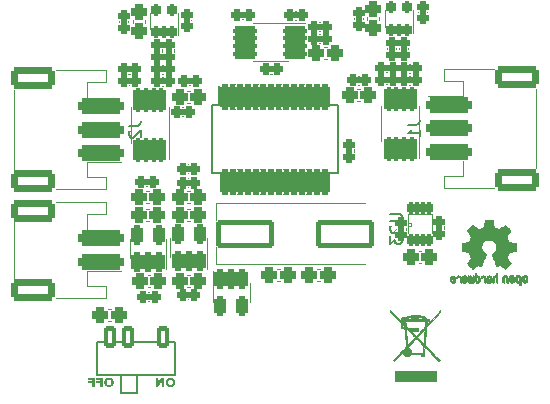
<source format=gbo>
G04 #@! TF.GenerationSoftware,KiCad,Pcbnew,8.0.7*
G04 #@! TF.CreationDate,2025-04-02T23:58:34+11:00*
G04 #@! TF.ProjectId,Ganglion_01,47616e67-6c69-46f6-9e5f-30312e6b6963,01*
G04 #@! TF.SameCoordinates,Original*
G04 #@! TF.FileFunction,Legend,Bot*
G04 #@! TF.FilePolarity,Positive*
%FSLAX46Y46*%
G04 Gerber Fmt 4.6, Leading zero omitted, Abs format (unit mm)*
G04 Created by KiCad (PCBNEW 8.0.7) date 2025-04-02 23:58:34*
%MOMM*%
%LPD*%
G01*
G04 APERTURE LIST*
G04 Aperture macros list*
%AMRoundRect*
0 Rectangle with rounded corners*
0 $1 Rounding radius*
0 $2 $3 $4 $5 $6 $7 $8 $9 X,Y pos of 4 corners*
0 Add a 4 corners polygon primitive as box body*
4,1,4,$2,$3,$4,$5,$6,$7,$8,$9,$2,$3,0*
0 Add four circle primitives for the rounded corners*
1,1,$1+$1,$2,$3*
1,1,$1+$1,$4,$5*
1,1,$1+$1,$6,$7*
1,1,$1+$1,$8,$9*
0 Add four rect primitives between the rounded corners*
20,1,$1+$1,$2,$3,$4,$5,0*
20,1,$1+$1,$4,$5,$6,$7,0*
20,1,$1+$1,$6,$7,$8,$9,0*
20,1,$1+$1,$8,$9,$2,$3,0*%
G04 Aperture macros list end*
%ADD10C,0.187500*%
%ADD11C,0.150000*%
%ADD12C,0.100000*%
%ADD13C,0.120000*%
%ADD14C,0.010000*%
%ADD15C,0.900000*%
%ADD16RoundRect,0.200000X-0.150000X-0.350000X0.150000X-0.350000X0.150000X0.350000X-0.150000X0.350000X0*%
%ADD17C,6.800000*%
%ADD18RoundRect,0.240000X0.240000X0.270000X-0.240000X0.270000X-0.240000X-0.270000X0.240000X-0.270000X0*%
%ADD19RoundRect,0.325000X-0.325000X-0.350000X0.325000X-0.350000X0.325000X0.350000X-0.325000X0.350000X0*%
%ADD20RoundRect,0.240000X-0.240000X-0.270000X0.240000X-0.270000X0.240000X0.270000X-0.240000X0.270000X0*%
%ADD21RoundRect,0.235000X-0.235000X-0.285000X0.235000X-0.285000X0.235000X0.285000X-0.235000X0.285000X0*%
%ADD22RoundRect,0.235000X0.235000X0.285000X-0.235000X0.285000X-0.235000X-0.285000X0.235000X-0.285000X0*%
%ADD23C,1.300000*%
%ADD24RoundRect,0.200000X0.350000X-0.750000X0.350000X0.750000X-0.350000X0.750000X-0.350000X-0.750000X0*%
%ADD25RoundRect,0.200000X0.200000X-0.812500X0.200000X0.812500X-0.200000X0.812500X-0.200000X-0.812500X0*%
%ADD26RoundRect,0.200000X-0.225000X0.875000X-0.225000X-0.875000X0.225000X-0.875000X0.225000X0.875000X0*%
%ADD27RoundRect,0.250000X0.250000X-0.612500X0.250000X0.612500X-0.250000X0.612500X-0.250000X-0.612500X0*%
%ADD28RoundRect,0.250000X-0.250000X0.612500X-0.250000X-0.612500X0.250000X-0.612500X0.250000X0.612500X0*%
%ADD29RoundRect,0.325000X0.325000X0.350000X-0.325000X0.350000X-0.325000X-0.350000X0.325000X-0.350000X0*%
%ADD30RoundRect,0.325000X0.350000X-0.325000X0.350000X0.325000X-0.350000X0.325000X-0.350000X-0.325000X0*%
%ADD31RoundRect,0.200000X0.812500X0.200000X-0.812500X0.200000X-0.812500X-0.200000X0.812500X-0.200000X0*%
%ADD32RoundRect,0.350000X1.600000X-0.350000X1.600000X0.350000X-1.600000X0.350000X-1.600000X-0.350000X0*%
%ADD33RoundRect,0.316667X1.583333X-0.633333X1.583333X0.633333X-1.583333X0.633333X-1.583333X-0.633333X0*%
%ADD34RoundRect,0.235000X0.285000X-0.235000X0.285000X0.235000X-0.285000X0.235000X-0.285000X-0.235000X0*%
%ADD35RoundRect,0.200000X0.200000X-0.325000X0.200000X0.325000X-0.200000X0.325000X-0.200000X-0.325000X0*%
%ADD36RoundRect,0.200000X-2.250000X-1.000000X2.250000X-1.000000X2.250000X1.000000X-2.250000X1.000000X0*%
%ADD37RoundRect,0.240000X-0.270000X0.240000X-0.270000X-0.240000X0.270000X-0.240000X0.270000X0.240000X0*%
%ADD38RoundRect,0.350000X-1.600000X0.350000X-1.600000X-0.350000X1.600000X-0.350000X1.600000X0.350000X0*%
%ADD39RoundRect,0.316667X-1.583333X0.633333X-1.583333X-0.633333X1.583333X-0.633333X1.583333X0.633333X0*%
%ADD40RoundRect,0.240000X0.270000X-0.240000X0.270000X0.240000X-0.270000X0.240000X-0.270000X-0.240000X0*%
%ADD41RoundRect,0.235000X-0.285000X0.235000X-0.285000X-0.235000X0.285000X-0.235000X0.285000X0.235000X0*%
G04 APERTURE END LIST*
D10*
G36*
X108496758Y-63700390D02*
G01*
X108539268Y-63705344D01*
X108579282Y-63713602D01*
X108616800Y-63725162D01*
X108651822Y-63740026D01*
X108684348Y-63758192D01*
X108714379Y-63779662D01*
X108741913Y-63804434D01*
X108766514Y-63832003D01*
X108787835Y-63861953D01*
X108805875Y-63894285D01*
X108820636Y-63928998D01*
X108832116Y-63966092D01*
X108840316Y-64005568D01*
X108845237Y-64047425D01*
X108846877Y-64091664D01*
X108845237Y-64135610D01*
X108840316Y-64177233D01*
X108832116Y-64216531D01*
X108820636Y-64253505D01*
X108805875Y-64288155D01*
X108787835Y-64320481D01*
X108766514Y-64350483D01*
X108741913Y-64378161D01*
X108714379Y-64403019D01*
X108684348Y-64424563D01*
X108651822Y-64442793D01*
X108616800Y-64457708D01*
X108579282Y-64469308D01*
X108539268Y-64477594D01*
X108496758Y-64482566D01*
X108451753Y-64484223D01*
X108406621Y-64482566D01*
X108364009Y-64477594D01*
X108323915Y-64469308D01*
X108286339Y-64457708D01*
X108251283Y-64442793D01*
X108218745Y-64424563D01*
X108188726Y-64403019D01*
X108161226Y-64378161D01*
X108136582Y-64350483D01*
X108115224Y-64320481D01*
X108097152Y-64288155D01*
X108082366Y-64253505D01*
X108070866Y-64216531D01*
X108062651Y-64177233D01*
X108057722Y-64135610D01*
X108056079Y-64091664D01*
X108056093Y-64091297D01*
X108261610Y-64091297D01*
X108262711Y-64125763D01*
X108267048Y-64164384D01*
X108275532Y-64202123D01*
X108281274Y-64219339D01*
X108297295Y-64253636D01*
X108318213Y-64283822D01*
X108346240Y-64310429D01*
X108378663Y-64329068D01*
X108414017Y-64339921D01*
X108451203Y-64343539D01*
X108488435Y-64339967D01*
X108523927Y-64329251D01*
X108556212Y-64311024D01*
X108584193Y-64284921D01*
X108591966Y-64275104D01*
X108611160Y-64243047D01*
X108625593Y-64207252D01*
X108626562Y-64204244D01*
X108635193Y-64168586D01*
X108639808Y-64132075D01*
X108641346Y-64091664D01*
X108641331Y-64087546D01*
X108639442Y-64048083D01*
X108634404Y-64011733D01*
X108625226Y-63975343D01*
X108621002Y-63963093D01*
X108605216Y-63928024D01*
X108583094Y-63896575D01*
X108555824Y-63871719D01*
X108522095Y-63852794D01*
X108487702Y-63842765D01*
X108451203Y-63839422D01*
X108417117Y-63842441D01*
X108379945Y-63853161D01*
X108347568Y-63871113D01*
X108319312Y-63897491D01*
X108311482Y-63907212D01*
X108292128Y-63939188D01*
X108277547Y-63975160D01*
X108275617Y-63981216D01*
X108267228Y-64017392D01*
X108262870Y-64054486D01*
X108261610Y-64091297D01*
X108056093Y-64091297D01*
X108057731Y-64047425D01*
X108062685Y-64005568D01*
X108070943Y-63966092D01*
X108082503Y-63928998D01*
X108097367Y-63894285D01*
X108115533Y-63861953D01*
X108137003Y-63832003D01*
X108161775Y-63804434D01*
X108189387Y-63779662D01*
X108219466Y-63758192D01*
X108252013Y-63740026D01*
X108287026Y-63725162D01*
X108324507Y-63713602D01*
X108364455Y-63705344D01*
X108406870Y-63700390D01*
X108451753Y-63698738D01*
X108496758Y-63700390D01*
G37*
G36*
X107359987Y-63862869D02*
G01*
X107712796Y-63862869D01*
X107712796Y-64003553D01*
X107385633Y-64003553D01*
X107385633Y-64155961D01*
X107712796Y-64155961D01*
X107712796Y-64472500D01*
X107909717Y-64472500D01*
X107909717Y-63710462D01*
X107359987Y-63710462D01*
X107359987Y-63862869D01*
G37*
G36*
X106677084Y-63862869D02*
G01*
X107029893Y-63862869D01*
X107029893Y-64003553D01*
X106702730Y-64003553D01*
X106702730Y-64155961D01*
X107029893Y-64155961D01*
X107029893Y-64472500D01*
X107226814Y-64472500D01*
X107226814Y-63710462D01*
X106677084Y-63710462D01*
X106677084Y-63862869D01*
G37*
G36*
X113696758Y-63700390D02*
G01*
X113739268Y-63705344D01*
X113779282Y-63713602D01*
X113816800Y-63725162D01*
X113851822Y-63740026D01*
X113884348Y-63758192D01*
X113914379Y-63779662D01*
X113941913Y-63804434D01*
X113966514Y-63832003D01*
X113987835Y-63861953D01*
X114005875Y-63894285D01*
X114020636Y-63928998D01*
X114032116Y-63966092D01*
X114040316Y-64005568D01*
X114045237Y-64047425D01*
X114046877Y-64091664D01*
X114045237Y-64135610D01*
X114040316Y-64177233D01*
X114032116Y-64216531D01*
X114020636Y-64253505D01*
X114005875Y-64288155D01*
X113987835Y-64320481D01*
X113966514Y-64350483D01*
X113941913Y-64378161D01*
X113914379Y-64403019D01*
X113884348Y-64424563D01*
X113851822Y-64442793D01*
X113816800Y-64457708D01*
X113779282Y-64469308D01*
X113739268Y-64477594D01*
X113696758Y-64482566D01*
X113651753Y-64484223D01*
X113606621Y-64482566D01*
X113564009Y-64477594D01*
X113523915Y-64469308D01*
X113486339Y-64457708D01*
X113451283Y-64442793D01*
X113418745Y-64424563D01*
X113388726Y-64403019D01*
X113361226Y-64378161D01*
X113336582Y-64350483D01*
X113315224Y-64320481D01*
X113297152Y-64288155D01*
X113282366Y-64253505D01*
X113270866Y-64216531D01*
X113262651Y-64177233D01*
X113257722Y-64135610D01*
X113256079Y-64091664D01*
X113256093Y-64091297D01*
X113461610Y-64091297D01*
X113462711Y-64125763D01*
X113467048Y-64164384D01*
X113475532Y-64202123D01*
X113481274Y-64219339D01*
X113497295Y-64253636D01*
X113518213Y-64283822D01*
X113546240Y-64310429D01*
X113578663Y-64329068D01*
X113614017Y-64339921D01*
X113651203Y-64343539D01*
X113688435Y-64339967D01*
X113723927Y-64329251D01*
X113756212Y-64311024D01*
X113784193Y-64284921D01*
X113791966Y-64275104D01*
X113811160Y-64243047D01*
X113825593Y-64207252D01*
X113826562Y-64204244D01*
X113835193Y-64168586D01*
X113839808Y-64132075D01*
X113841346Y-64091664D01*
X113841331Y-64087546D01*
X113839442Y-64048083D01*
X113834404Y-64011733D01*
X113825226Y-63975343D01*
X113821002Y-63963093D01*
X113805216Y-63928024D01*
X113783094Y-63896575D01*
X113755824Y-63871719D01*
X113722095Y-63852794D01*
X113687702Y-63842765D01*
X113651203Y-63839422D01*
X113617117Y-63842441D01*
X113579945Y-63853161D01*
X113547568Y-63871113D01*
X113519312Y-63897491D01*
X113511482Y-63907212D01*
X113492128Y-63939188D01*
X113477547Y-63975160D01*
X113475617Y-63981216D01*
X113467228Y-64017392D01*
X113462870Y-64054486D01*
X113461610Y-64091297D01*
X113256093Y-64091297D01*
X113257731Y-64047425D01*
X113262685Y-64005568D01*
X113270943Y-63966092D01*
X113282503Y-63928998D01*
X113297367Y-63894285D01*
X113315533Y-63861953D01*
X113337003Y-63832003D01*
X113361775Y-63804434D01*
X113389387Y-63779662D01*
X113419466Y-63758192D01*
X113452013Y-63740026D01*
X113487026Y-63725162D01*
X113524507Y-63713602D01*
X113564455Y-63705344D01*
X113606870Y-63700390D01*
X113651753Y-63698738D01*
X113696758Y-63700390D01*
G37*
G36*
X112411976Y-64472500D02*
G01*
X112602669Y-64472500D01*
X112928367Y-63949515D01*
X112928367Y-64472500D01*
X113109717Y-64472500D01*
X113109717Y-63710462D01*
X112873229Y-63710462D01*
X112593326Y-64146985D01*
X112593326Y-63710462D01*
X112411976Y-63710462D01*
X112411976Y-64472500D01*
G37*
D11*
X132254819Y-49836905D02*
X133064342Y-49836905D01*
X133064342Y-49836905D02*
X133159580Y-49884524D01*
X133159580Y-49884524D02*
X133207200Y-49932143D01*
X133207200Y-49932143D02*
X133254819Y-50027381D01*
X133254819Y-50027381D02*
X133254819Y-50217857D01*
X133254819Y-50217857D02*
X133207200Y-50313095D01*
X133207200Y-50313095D02*
X133159580Y-50360714D01*
X133159580Y-50360714D02*
X133064342Y-50408333D01*
X133064342Y-50408333D02*
X132254819Y-50408333D01*
X132350057Y-50836905D02*
X132302438Y-50884524D01*
X132302438Y-50884524D02*
X132254819Y-50979762D01*
X132254819Y-50979762D02*
X132254819Y-51217857D01*
X132254819Y-51217857D02*
X132302438Y-51313095D01*
X132302438Y-51313095D02*
X132350057Y-51360714D01*
X132350057Y-51360714D02*
X132445295Y-51408333D01*
X132445295Y-51408333D02*
X132540533Y-51408333D01*
X132540533Y-51408333D02*
X132683390Y-51360714D01*
X132683390Y-51360714D02*
X133254819Y-50789286D01*
X133254819Y-50789286D02*
X133254819Y-51408333D01*
X132254819Y-51741667D02*
X132254819Y-52360714D01*
X132254819Y-52360714D02*
X132635771Y-52027381D01*
X132635771Y-52027381D02*
X132635771Y-52170238D01*
X132635771Y-52170238D02*
X132683390Y-52265476D01*
X132683390Y-52265476D02*
X132731009Y-52313095D01*
X132731009Y-52313095D02*
X132826247Y-52360714D01*
X132826247Y-52360714D02*
X133064342Y-52360714D01*
X133064342Y-52360714D02*
X133159580Y-52313095D01*
X133159580Y-52313095D02*
X133207200Y-52265476D01*
X133207200Y-52265476D02*
X133254819Y-52170238D01*
X133254819Y-52170238D02*
X133254819Y-51884524D01*
X133254819Y-51884524D02*
X133207200Y-51789286D01*
X133207200Y-51789286D02*
X133159580Y-51741667D01*
X133754819Y-42266666D02*
X134469104Y-42266666D01*
X134469104Y-42266666D02*
X134611961Y-42219047D01*
X134611961Y-42219047D02*
X134707200Y-42123809D01*
X134707200Y-42123809D02*
X134754819Y-41980952D01*
X134754819Y-41980952D02*
X134754819Y-41885714D01*
X134754819Y-43266666D02*
X134754819Y-42695238D01*
X134754819Y-42980952D02*
X133754819Y-42980952D01*
X133754819Y-42980952D02*
X133897676Y-42885714D01*
X133897676Y-42885714D02*
X133992914Y-42790476D01*
X133992914Y-42790476D02*
X134040533Y-42695238D01*
X110154819Y-42366666D02*
X110869104Y-42366666D01*
X110869104Y-42366666D02*
X111011961Y-42319047D01*
X111011961Y-42319047D02*
X111107200Y-42223809D01*
X111107200Y-42223809D02*
X111154819Y-42080952D01*
X111154819Y-42080952D02*
X111154819Y-41985714D01*
X110250057Y-42795238D02*
X110202438Y-42842857D01*
X110202438Y-42842857D02*
X110154819Y-42938095D01*
X110154819Y-42938095D02*
X110154819Y-43176190D01*
X110154819Y-43176190D02*
X110202438Y-43271428D01*
X110202438Y-43271428D02*
X110250057Y-43319047D01*
X110250057Y-43319047D02*
X110345295Y-43366666D01*
X110345295Y-43366666D02*
X110440533Y-43366666D01*
X110440533Y-43366666D02*
X110583390Y-43319047D01*
X110583390Y-43319047D02*
X111154819Y-42747619D01*
X111154819Y-42747619D02*
X111154819Y-43366666D01*
D12*
X135800000Y-51575000D02*
X133800000Y-51575000D01*
X134050000Y-50825000D02*
X133800000Y-50825000D01*
X133800000Y-51575000D02*
X133800000Y-49825000D01*
X134050000Y-50575000D02*
X134050000Y-50825000D01*
X133800000Y-50575000D02*
X134050000Y-50575000D01*
X135800000Y-49825000D02*
X135800000Y-51575000D01*
X133800000Y-49825000D02*
X135800000Y-49825000D01*
D13*
X132107836Y-38140000D02*
X131892164Y-38140000D01*
X132107836Y-38860000D02*
X131892164Y-38860000D01*
X132107836Y-37140000D02*
X131892164Y-37140000D01*
X132107836Y-37860000D02*
X131892164Y-37860000D01*
X110307836Y-37240000D02*
X110092164Y-37240000D01*
X110307836Y-37960000D02*
X110092164Y-37960000D01*
X110307836Y-38240000D02*
X110092164Y-38240000D01*
X110307836Y-38960000D02*
X110092164Y-38960000D01*
X129459420Y-39290000D02*
X129740580Y-39290000D01*
X129459420Y-40310000D02*
X129740580Y-40310000D01*
X115059420Y-39390000D02*
X115340580Y-39390000D01*
X115059420Y-40410000D02*
X115340580Y-40410000D01*
X115059420Y-54983750D02*
X115340580Y-54983750D01*
X115059420Y-56003750D02*
X115340580Y-56003750D01*
X115092164Y-56333750D02*
X115307836Y-56333750D01*
X115092164Y-57053750D02*
X115307836Y-57053750D01*
X115092164Y-45640000D02*
X115307836Y-45640000D01*
X115092164Y-46360000D02*
X115307836Y-46360000D01*
X115092164Y-46833750D02*
X115307836Y-46833750D01*
X115092164Y-47553750D02*
X115307836Y-47553750D01*
X115059420Y-49383750D02*
X115340580Y-49383750D01*
X115059420Y-50403750D02*
X115340580Y-50403750D01*
X115192164Y-38240000D02*
X115407836Y-38240000D01*
X115192164Y-38960000D02*
X115407836Y-38960000D01*
X115059420Y-47883750D02*
X115340580Y-47883750D01*
X115059420Y-48903750D02*
X115340580Y-48903750D01*
X111709420Y-55027500D02*
X111990580Y-55027500D01*
X111709420Y-56047500D02*
X111990580Y-56047500D01*
X111742164Y-56477500D02*
X111957836Y-56477500D01*
X111742164Y-57197500D02*
X111957836Y-57197500D01*
X111554664Y-46777500D02*
X111770336Y-46777500D01*
X111554664Y-47497500D02*
X111770336Y-47497500D01*
X111609420Y-49427500D02*
X111890580Y-49427500D01*
X111609420Y-50447500D02*
X111890580Y-50447500D01*
X111609420Y-47927500D02*
X111890580Y-47927500D01*
X111609420Y-48947500D02*
X111890580Y-48947500D01*
X112846359Y-38220000D02*
X113153641Y-38220000D01*
X112846359Y-38980000D02*
X113153641Y-38980000D01*
X133746359Y-38120000D02*
X134053641Y-38120000D01*
X133746359Y-38880000D02*
X134053641Y-38880000D01*
X133746359Y-37120000D02*
X134053641Y-37120000D01*
X133746359Y-37880000D02*
X134053641Y-37880000D01*
X126146359Y-34620000D02*
X126453641Y-34620000D01*
X126146359Y-35380000D02*
X126453641Y-35380000D01*
X112846359Y-37220000D02*
X113153641Y-37220000D01*
X112846359Y-37980000D02*
X113153641Y-37980000D01*
X129446359Y-38120000D02*
X129753641Y-38120000D01*
X129446359Y-38880000D02*
X129753641Y-38880000D01*
X114853641Y-40820000D02*
X114546359Y-40820000D01*
X114853641Y-41580000D02*
X114546359Y-41580000D01*
D11*
X107450000Y-60637500D02*
X114050000Y-60637500D01*
X107450000Y-63437500D02*
X107450000Y-60637500D01*
X109450000Y-63437500D02*
X109450000Y-65037500D01*
X109450000Y-65037500D02*
X110850000Y-65037500D01*
X110850000Y-65037500D02*
X110850000Y-63437500D01*
X112250000Y-63437500D02*
X107450000Y-63437500D01*
X114050000Y-60637500D02*
X114050000Y-63437500D01*
X114050000Y-63437500D02*
X112250000Y-63437500D01*
D13*
X131490000Y-42200000D02*
X131490000Y-40700000D01*
X131490000Y-42200000D02*
X131490000Y-43700000D01*
X134710000Y-42200000D02*
X134710000Y-40700000D01*
X134710000Y-42200000D02*
X134710000Y-45125000D01*
X110290000Y-42300000D02*
X110290000Y-40800000D01*
X110290000Y-42300000D02*
X110290000Y-43800000D01*
X113510000Y-42300000D02*
X113510000Y-40800000D01*
X113510000Y-42300000D02*
X113510000Y-45225000D01*
D11*
X117175000Y-40625000D02*
X117175000Y-46375000D01*
X117175000Y-40625000D02*
X117750000Y-40625000D01*
X117175000Y-46375000D02*
X117825000Y-46375000D01*
X117750000Y-40625000D02*
X117750000Y-39025000D01*
X127825000Y-40625000D02*
X127175000Y-40625000D01*
X127825000Y-40625000D02*
X127825000Y-46375000D01*
X127825000Y-46375000D02*
X127175000Y-46375000D01*
D13*
X113640000Y-52693750D02*
X113640000Y-51893750D01*
X113640000Y-52693750D02*
X113640000Y-53493750D01*
X116760000Y-52693750D02*
X116760000Y-51893750D01*
X116760000Y-52693750D02*
X116760000Y-54493750D01*
X117240000Y-56500000D02*
X117240000Y-54700000D01*
X117240000Y-56500000D02*
X117240000Y-57300000D01*
X120360000Y-56500000D02*
X120360000Y-55700000D01*
X120360000Y-56500000D02*
X120360000Y-57300000D01*
X110190000Y-52737500D02*
X110190000Y-51937500D01*
X110190000Y-52737500D02*
X110190000Y-53537500D01*
X113310000Y-52737500D02*
X113310000Y-51937500D01*
X113310000Y-52737500D02*
X113310000Y-54537500D01*
X108640580Y-57890000D02*
X108359420Y-57890000D01*
X108640580Y-58910000D02*
X108359420Y-58910000D01*
X130290000Y-33440580D02*
X130290000Y-33159420D01*
X131310000Y-33440580D02*
X131310000Y-33159420D01*
X126649420Y-35690000D02*
X126930580Y-35690000D01*
X126649420Y-36710000D02*
X126930580Y-36710000D01*
X122307836Y-37240000D02*
X122092164Y-37240000D01*
X122307836Y-37960000D02*
X122092164Y-37960000D01*
X122100000Y-33690000D02*
X120600000Y-33690000D01*
X122100000Y-33690000D02*
X125025000Y-33690000D01*
X122100000Y-36910000D02*
X120600000Y-36910000D01*
X122100000Y-36910000D02*
X123600000Y-36910000D01*
X126059420Y-54490000D02*
X126340580Y-54490000D01*
X126059420Y-55510000D02*
X126340580Y-55510000D01*
X100390000Y-50560000D02*
X100390000Y-55240000D01*
X106610000Y-49860000D02*
X108210000Y-49860000D01*
X106610000Y-51140000D02*
X106610000Y-49860000D01*
X106610000Y-54660000D02*
X106610000Y-55940000D01*
X106610000Y-55940000D02*
X108210000Y-55940000D01*
X108210000Y-48840000D02*
X103960000Y-48840000D01*
X108210000Y-49860000D02*
X108210000Y-48840000D01*
X108210000Y-55940000D02*
X108210000Y-56960000D01*
X108210000Y-56960000D02*
X103960000Y-56960000D01*
X109500000Y-54660000D02*
X106610000Y-54660000D01*
X134659420Y-52990000D02*
X134940580Y-52990000D01*
X134659420Y-54010000D02*
X134940580Y-54010000D01*
X122940580Y-54490000D02*
X122659420Y-54490000D01*
X122940580Y-55510000D02*
X122659420Y-55510000D01*
X110440000Y-33690580D02*
X110440000Y-33409420D01*
X111460000Y-33690580D02*
X111460000Y-33409420D01*
X129220000Y-33453641D02*
X129220000Y-33146359D01*
X129980000Y-33453641D02*
X129980000Y-33146359D01*
X132020000Y-36053641D02*
X132020000Y-35746359D01*
X132780000Y-36053641D02*
X132780000Y-35746359D01*
X109320000Y-33753641D02*
X109320000Y-33446359D01*
X110080000Y-33753641D02*
X110080000Y-33446359D01*
X131840000Y-34000000D02*
X131840000Y-32600000D01*
X134160000Y-32600000D02*
X134160000Y-34500000D01*
X113170000Y-36203641D02*
X113170000Y-35896359D01*
X113930000Y-36203641D02*
X113930000Y-35896359D01*
X133020000Y-36053641D02*
X133020000Y-35746359D01*
X133780000Y-36053641D02*
X133780000Y-35746359D01*
X111940000Y-34200000D02*
X111940000Y-32800000D01*
X114260000Y-32800000D02*
X114260000Y-34700000D01*
X117500000Y-48950000D02*
X130100000Y-48950000D01*
X117500000Y-54050000D02*
X117500000Y-48950000D01*
X130100000Y-54050000D02*
X117500000Y-54050000D01*
X132840000Y-50992164D02*
X132840000Y-51207836D01*
X133560000Y-50992164D02*
X133560000Y-51207836D01*
X124146359Y-32620000D02*
X124453641Y-32620000D01*
X124146359Y-33380000D02*
X124453641Y-33380000D01*
X135500000Y-39840000D02*
X138390000Y-39840000D01*
X136790000Y-37540000D02*
X141040000Y-37540000D01*
X136790000Y-38560000D02*
X136790000Y-37540000D01*
X136790000Y-46640000D02*
X136790000Y-47660000D01*
X136790000Y-47660000D02*
X141040000Y-47660000D01*
X138390000Y-38560000D02*
X136790000Y-38560000D01*
X138390000Y-39840000D02*
X138390000Y-38560000D01*
X138390000Y-45360000D02*
X138390000Y-46640000D01*
X138390000Y-46640000D02*
X136790000Y-46640000D01*
X144610000Y-45940000D02*
X144610000Y-39260000D01*
D14*
X138082829Y-55051097D02*
X138142753Y-55073355D01*
X138167673Y-55090080D01*
X138192910Y-55114043D01*
X138210912Y-55144526D01*
X138222858Y-55186023D01*
X138229930Y-55243032D01*
X138233308Y-55320047D01*
X138234171Y-55421565D01*
X138234002Y-55474027D01*
X138233153Y-55545715D01*
X138231711Y-55602925D01*
X138229814Y-55640809D01*
X138227597Y-55654514D01*
X138213172Y-55649981D01*
X138184054Y-55637670D01*
X138183181Y-55637272D01*
X138168060Y-55629356D01*
X138157891Y-55618495D01*
X138151691Y-55599471D01*
X138148478Y-55567069D01*
X138147270Y-55516071D01*
X138147086Y-55441261D01*
X138146714Y-55393804D01*
X138142750Y-55304615D01*
X138133673Y-55239287D01*
X138118524Y-55194393D01*
X138096345Y-55166507D01*
X138066175Y-55152203D01*
X138061990Y-55151206D01*
X138005480Y-55150427D01*
X137961410Y-55175744D01*
X137930972Y-55226502D01*
X137925544Y-55241175D01*
X137913171Y-55273649D01*
X137906905Y-55288572D01*
X137894036Y-55286516D01*
X137865933Y-55275357D01*
X137839721Y-55256927D01*
X137827771Y-55222098D01*
X137831336Y-55197151D01*
X137853235Y-55146547D01*
X137888644Y-55099128D01*
X137930052Y-55066334D01*
X137947400Y-55058752D01*
X138013089Y-55046076D01*
X138082829Y-55051097D01*
G36*
X138082829Y-55051097D02*
G01*
X138142753Y-55073355D01*
X138167673Y-55090080D01*
X138192910Y-55114043D01*
X138210912Y-55144526D01*
X138222858Y-55186023D01*
X138229930Y-55243032D01*
X138233308Y-55320047D01*
X138234171Y-55421565D01*
X138234002Y-55474027D01*
X138233153Y-55545715D01*
X138231711Y-55602925D01*
X138229814Y-55640809D01*
X138227597Y-55654514D01*
X138213172Y-55649981D01*
X138184054Y-55637670D01*
X138183181Y-55637272D01*
X138168060Y-55629356D01*
X138157891Y-55618495D01*
X138151691Y-55599471D01*
X138148478Y-55567069D01*
X138147270Y-55516071D01*
X138147086Y-55441261D01*
X138146714Y-55393804D01*
X138142750Y-55304615D01*
X138133673Y-55239287D01*
X138118524Y-55194393D01*
X138096345Y-55166507D01*
X138066175Y-55152203D01*
X138061990Y-55151206D01*
X138005480Y-55150427D01*
X137961410Y-55175744D01*
X137930972Y-55226502D01*
X137925544Y-55241175D01*
X137913171Y-55273649D01*
X137906905Y-55288572D01*
X137894036Y-55286516D01*
X137865933Y-55275357D01*
X137839721Y-55256927D01*
X137827771Y-55222098D01*
X137831336Y-55197151D01*
X137853235Y-55146547D01*
X137888644Y-55099128D01*
X137930052Y-55066334D01*
X137947400Y-55058752D01*
X138013089Y-55046076D01*
X138082829Y-55051097D01*
G37*
X142031020Y-55017822D02*
X142098810Y-55049680D01*
X142154366Y-55104770D01*
X142165881Y-55122016D01*
X142175432Y-55141562D01*
X142182206Y-55166198D01*
X142186819Y-55200711D01*
X142189888Y-55249889D01*
X142192029Y-55318519D01*
X142193859Y-55411389D01*
X142198404Y-55669007D01*
X142160225Y-55654491D01*
X142125268Y-55641156D01*
X142099097Y-55628323D01*
X142082013Y-55611780D01*
X142072086Y-55586465D01*
X142067386Y-55547316D01*
X142065982Y-55489268D01*
X142065943Y-55407261D01*
X142065744Y-55341895D01*
X142064559Y-55279173D01*
X142061729Y-55236334D01*
X142056609Y-55208220D01*
X142048553Y-55189675D01*
X142036914Y-55175543D01*
X142008303Y-55155600D01*
X141960239Y-55148083D01*
X141912688Y-55167079D01*
X141909550Y-55169511D01*
X141899769Y-55180748D01*
X141892553Y-55198770D01*
X141887299Y-55228026D01*
X141883402Y-55272962D01*
X141880256Y-55338028D01*
X141877257Y-55427670D01*
X141870000Y-55667697D01*
X141808314Y-55640044D01*
X141746629Y-55612391D01*
X141746629Y-55393246D01*
X141746884Y-55333711D01*
X141749086Y-55250892D01*
X141754661Y-55189227D01*
X141764941Y-55143748D01*
X141781258Y-55109484D01*
X141804943Y-55081466D01*
X141837328Y-55054723D01*
X141883907Y-55027780D01*
X141957287Y-55010191D01*
X142031020Y-55017822D01*
G36*
X142031020Y-55017822D02*
G01*
X142098810Y-55049680D01*
X142154366Y-55104770D01*
X142165881Y-55122016D01*
X142175432Y-55141562D01*
X142182206Y-55166198D01*
X142186819Y-55200711D01*
X142189888Y-55249889D01*
X142192029Y-55318519D01*
X142193859Y-55411389D01*
X142198404Y-55669007D01*
X142160225Y-55654491D01*
X142125268Y-55641156D01*
X142099097Y-55628323D01*
X142082013Y-55611780D01*
X142072086Y-55586465D01*
X142067386Y-55547316D01*
X142065982Y-55489268D01*
X142065943Y-55407261D01*
X142065744Y-55341895D01*
X142064559Y-55279173D01*
X142061729Y-55236334D01*
X142056609Y-55208220D01*
X142048553Y-55189675D01*
X142036914Y-55175543D01*
X142008303Y-55155600D01*
X141960239Y-55148083D01*
X141912688Y-55167079D01*
X141909550Y-55169511D01*
X141899769Y-55180748D01*
X141892553Y-55198770D01*
X141887299Y-55228026D01*
X141883402Y-55272962D01*
X141880256Y-55338028D01*
X141877257Y-55427670D01*
X141870000Y-55667697D01*
X141808314Y-55640044D01*
X141746629Y-55612391D01*
X141746629Y-55393246D01*
X141746884Y-55333711D01*
X141749086Y-55250892D01*
X141754661Y-55189227D01*
X141764941Y-55143748D01*
X141781258Y-55109484D01*
X141804943Y-55081466D01*
X141837328Y-55054723D01*
X141883907Y-55027780D01*
X141957287Y-55010191D01*
X142031020Y-55017822D01*
G37*
X140207691Y-55066467D02*
X140212273Y-55069003D01*
X140249704Y-55098057D01*
X140283170Y-55135410D01*
X140289007Y-55143852D01*
X140300165Y-55163553D01*
X140308136Y-55186935D01*
X140313618Y-55219067D01*
X140317307Y-55265019D01*
X140319899Y-55329859D01*
X140322092Y-55418657D01*
X140322402Y-55433669D01*
X140323400Y-55530999D01*
X140321994Y-55599934D01*
X140318164Y-55640948D01*
X140311889Y-55654514D01*
X140292898Y-55650452D01*
X140260638Y-55638144D01*
X140253041Y-55634545D01*
X140241176Y-55626398D01*
X140232994Y-55613004D01*
X140227643Y-55589608D01*
X140224269Y-55551455D01*
X140222019Y-55493790D01*
X140220040Y-55411857D01*
X140219498Y-55387907D01*
X140217403Y-55312266D01*
X140214683Y-55259328D01*
X140210515Y-55224075D01*
X140204079Y-55201487D01*
X140194550Y-55186544D01*
X140181106Y-55174227D01*
X140141305Y-55152634D01*
X140092341Y-55148476D01*
X140048529Y-55164999D01*
X140017008Y-55199210D01*
X140004914Y-55248114D01*
X140004578Y-55261407D01*
X139997972Y-55285472D01*
X139978470Y-55289144D01*
X139940283Y-55274813D01*
X139931438Y-55270217D01*
X139907534Y-55243186D01*
X139907061Y-55202994D01*
X139929836Y-55147409D01*
X139950727Y-55117117D01*
X140004142Y-55074084D01*
X140070074Y-55049755D01*
X140140574Y-55046443D01*
X140207691Y-55066467D01*
G36*
X140207691Y-55066467D02*
G01*
X140212273Y-55069003D01*
X140249704Y-55098057D01*
X140283170Y-55135410D01*
X140289007Y-55143852D01*
X140300165Y-55163553D01*
X140308136Y-55186935D01*
X140313618Y-55219067D01*
X140317307Y-55265019D01*
X140319899Y-55329859D01*
X140322092Y-55418657D01*
X140322402Y-55433669D01*
X140323400Y-55530999D01*
X140321994Y-55599934D01*
X140318164Y-55640948D01*
X140311889Y-55654514D01*
X140292898Y-55650452D01*
X140260638Y-55638144D01*
X140253041Y-55634545D01*
X140241176Y-55626398D01*
X140232994Y-55613004D01*
X140227643Y-55589608D01*
X140224269Y-55551455D01*
X140222019Y-55493790D01*
X140220040Y-55411857D01*
X140219498Y-55387907D01*
X140217403Y-55312266D01*
X140214683Y-55259328D01*
X140210515Y-55224075D01*
X140204079Y-55201487D01*
X140194550Y-55186544D01*
X140181106Y-55174227D01*
X140141305Y-55152634D01*
X140092341Y-55148476D01*
X140048529Y-55164999D01*
X140017008Y-55199210D01*
X140004914Y-55248114D01*
X140004578Y-55261407D01*
X139997972Y-55285472D01*
X139978470Y-55289144D01*
X139940283Y-55274813D01*
X139931438Y-55270217D01*
X139907534Y-55243186D01*
X139907061Y-55202994D01*
X139929836Y-55147409D01*
X139950727Y-55117117D01*
X140004142Y-55074084D01*
X140070074Y-55049755D01*
X140140574Y-55046443D01*
X140207691Y-55066467D01*
G37*
X139253941Y-55049282D02*
X139285774Y-55061758D01*
X139322743Y-55078602D01*
X139322743Y-55565196D01*
X139276812Y-55611127D01*
X139266320Y-55621427D01*
X139237255Y-55644320D01*
X139207943Y-55651735D01*
X139164326Y-55648321D01*
X139146568Y-55646114D01*
X139100767Y-55641445D01*
X139068743Y-55639585D01*
X139059244Y-55639869D01*
X139020274Y-55642948D01*
X138973160Y-55648321D01*
X138958085Y-55650168D01*
X138920110Y-55650893D01*
X138892325Y-55639429D01*
X138860674Y-55611127D01*
X138814743Y-55565196D01*
X138814743Y-55305055D01*
X138815101Y-55228180D01*
X138816216Y-55154886D01*
X138817952Y-55096850D01*
X138820167Y-55058663D01*
X138822721Y-55044914D01*
X138823256Y-55044951D01*
X138841808Y-55051793D01*
X138873153Y-55066868D01*
X138915608Y-55088822D01*
X138919604Y-55317240D01*
X138923600Y-55545657D01*
X139010686Y-55545657D01*
X139014657Y-55295286D01*
X139015916Y-55227227D01*
X139017718Y-55154482D01*
X139019671Y-55096730D01*
X139021612Y-55058648D01*
X139023377Y-55044914D01*
X139023885Y-55044962D01*
X139041482Y-55050015D01*
X139073834Y-55060849D01*
X139119543Y-55076783D01*
X139119765Y-55296706D01*
X139119988Y-55334909D01*
X139121531Y-55409146D01*
X139124292Y-55471145D01*
X139127977Y-55515308D01*
X139132292Y-55536041D01*
X139147732Y-55547131D01*
X139179241Y-55550556D01*
X139213886Y-55545657D01*
X139217857Y-55295286D01*
X139219278Y-55231663D01*
X139222225Y-55156356D01*
X139226079Y-55097286D01*
X139230542Y-55058718D01*
X139235317Y-55044914D01*
X139253941Y-55049282D01*
G36*
X139253941Y-55049282D02*
G01*
X139285774Y-55061758D01*
X139322743Y-55078602D01*
X139322743Y-55565196D01*
X139276812Y-55611127D01*
X139266320Y-55621427D01*
X139237255Y-55644320D01*
X139207943Y-55651735D01*
X139164326Y-55648321D01*
X139146568Y-55646114D01*
X139100767Y-55641445D01*
X139068743Y-55639585D01*
X139059244Y-55639869D01*
X139020274Y-55642948D01*
X138973160Y-55648321D01*
X138958085Y-55650168D01*
X138920110Y-55650893D01*
X138892325Y-55639429D01*
X138860674Y-55611127D01*
X138814743Y-55565196D01*
X138814743Y-55305055D01*
X138815101Y-55228180D01*
X138816216Y-55154886D01*
X138817952Y-55096850D01*
X138820167Y-55058663D01*
X138822721Y-55044914D01*
X138823256Y-55044951D01*
X138841808Y-55051793D01*
X138873153Y-55066868D01*
X138915608Y-55088822D01*
X138919604Y-55317240D01*
X138923600Y-55545657D01*
X139010686Y-55545657D01*
X139014657Y-55295286D01*
X139015916Y-55227227D01*
X139017718Y-55154482D01*
X139019671Y-55096730D01*
X139021612Y-55058648D01*
X139023377Y-55044914D01*
X139023885Y-55044962D01*
X139041482Y-55050015D01*
X139073834Y-55060849D01*
X139119543Y-55076783D01*
X139119765Y-55296706D01*
X139119988Y-55334909D01*
X139121531Y-55409146D01*
X139124292Y-55471145D01*
X139127977Y-55515308D01*
X139132292Y-55536041D01*
X139147732Y-55547131D01*
X139179241Y-55550556D01*
X139213886Y-55545657D01*
X139217857Y-55295286D01*
X139219278Y-55231663D01*
X139222225Y-55156356D01*
X139226079Y-55097286D01*
X139230542Y-55058718D01*
X139235317Y-55044914D01*
X139253941Y-55049282D01*
G37*
X141278543Y-54849444D02*
X141325714Y-54869342D01*
X141325714Y-55266509D01*
X141325519Y-55369498D01*
X141324998Y-55462141D01*
X141324199Y-55540700D01*
X141323172Y-55601439D01*
X141321963Y-55640623D01*
X141320623Y-55654514D01*
X141320099Y-55654468D01*
X141302287Y-55649420D01*
X141269823Y-55638580D01*
X141224114Y-55622646D01*
X141224114Y-55418173D01*
X141223824Y-55337832D01*
X141222474Y-55279562D01*
X141219369Y-55239909D01*
X141213812Y-55213618D01*
X141205107Y-55195436D01*
X141192556Y-55180107D01*
X141183999Y-55171955D01*
X141137728Y-55149375D01*
X141086728Y-55151375D01*
X141039993Y-55178073D01*
X141033189Y-55184698D01*
X141022293Y-55198456D01*
X141014836Y-55216642D01*
X141010169Y-55244177D01*
X141007642Y-55285981D01*
X141006602Y-55346973D01*
X141006400Y-55432073D01*
X141006303Y-55475234D01*
X141005674Y-55546224D01*
X141004556Y-55603076D01*
X141003063Y-55640828D01*
X141001309Y-55654514D01*
X141000785Y-55654468D01*
X140982973Y-55649420D01*
X140950509Y-55638580D01*
X140904800Y-55622646D01*
X140904823Y-55417237D01*
X140904857Y-55398951D01*
X140906778Y-55303626D01*
X140912678Y-55231543D01*
X140924001Y-55177813D01*
X140942187Y-55137549D01*
X140968679Y-55105861D01*
X141004918Y-55077861D01*
X141040263Y-55060333D01*
X141096773Y-55046785D01*
X141152356Y-55046015D01*
X141195086Y-55059195D01*
X141198298Y-55061015D01*
X141208205Y-55060820D01*
X141214975Y-55045572D01*
X141219861Y-55010613D01*
X141224114Y-54951289D01*
X141231371Y-54829547D01*
X141278543Y-54849444D01*
G36*
X141278543Y-54849444D02*
G01*
X141325714Y-54869342D01*
X141325714Y-55266509D01*
X141325519Y-55369498D01*
X141324998Y-55462141D01*
X141324199Y-55540700D01*
X141323172Y-55601439D01*
X141321963Y-55640623D01*
X141320623Y-55654514D01*
X141320099Y-55654468D01*
X141302287Y-55649420D01*
X141269823Y-55638580D01*
X141224114Y-55622646D01*
X141224114Y-55418173D01*
X141223824Y-55337832D01*
X141222474Y-55279562D01*
X141219369Y-55239909D01*
X141213812Y-55213618D01*
X141205107Y-55195436D01*
X141192556Y-55180107D01*
X141183999Y-55171955D01*
X141137728Y-55149375D01*
X141086728Y-55151375D01*
X141039993Y-55178073D01*
X141033189Y-55184698D01*
X141022293Y-55198456D01*
X141014836Y-55216642D01*
X141010169Y-55244177D01*
X141007642Y-55285981D01*
X141006602Y-55346973D01*
X141006400Y-55432073D01*
X141006303Y-55475234D01*
X141005674Y-55546224D01*
X141004556Y-55603076D01*
X141003063Y-55640828D01*
X141001309Y-55654514D01*
X141000785Y-55654468D01*
X140982973Y-55649420D01*
X140950509Y-55638580D01*
X140904800Y-55622646D01*
X140904823Y-55417237D01*
X140904857Y-55398951D01*
X140906778Y-55303626D01*
X140912678Y-55231543D01*
X140924001Y-55177813D01*
X140942187Y-55137549D01*
X140968679Y-55105861D01*
X141004918Y-55077861D01*
X141040263Y-55060333D01*
X141096773Y-55046785D01*
X141152356Y-55046015D01*
X141195086Y-55059195D01*
X141198298Y-55061015D01*
X141208205Y-55060820D01*
X141214975Y-55045572D01*
X141219861Y-55010613D01*
X141224114Y-54951289D01*
X141231371Y-54829547D01*
X141278543Y-54849444D01*
G37*
X143865714Y-55335200D02*
X143865701Y-55350935D01*
X143864914Y-55421119D01*
X143862210Y-55470022D01*
X143856606Y-55504178D01*
X143847119Y-55530124D01*
X143832768Y-55554397D01*
X143829237Y-55559433D01*
X143791878Y-55599143D01*
X143749311Y-55629092D01*
X143727452Y-55638810D01*
X143648908Y-55655020D01*
X143571231Y-55644535D01*
X143499645Y-55608707D01*
X143439374Y-55548887D01*
X143434286Y-55540873D01*
X143417730Y-55494342D01*
X143406573Y-55429552D01*
X143401160Y-55354727D01*
X143401768Y-55285513D01*
X143548248Y-55285513D01*
X143549402Y-55381399D01*
X143549866Y-55387569D01*
X143556629Y-55440478D01*
X143568671Y-55474029D01*
X143589005Y-55497016D01*
X143623097Y-55518548D01*
X143656814Y-55519680D01*
X143691543Y-55494857D01*
X143697584Y-55488325D01*
X143709417Y-55468779D01*
X143716404Y-55440386D01*
X143719727Y-55396430D01*
X143720571Y-55330192D01*
X143719125Y-55268150D01*
X143711907Y-55209042D01*
X143697006Y-55171686D01*
X143672636Y-55152152D01*
X143637008Y-55146514D01*
X143623440Y-55147635D01*
X143585430Y-55168194D01*
X143560312Y-55214299D01*
X143548248Y-55285513D01*
X143401768Y-55285513D01*
X143401833Y-55278096D01*
X143408937Y-55207882D01*
X143422815Y-55152312D01*
X143440649Y-55115301D01*
X143490855Y-55057733D01*
X143558885Y-55021962D01*
X143642158Y-55009665D01*
X143664398Y-55010331D01*
X143729891Y-55023947D01*
X143783687Y-55058249D01*
X143833057Y-55117338D01*
X143835995Y-55121722D01*
X143849287Y-55145299D01*
X143857932Y-55171949D01*
X143862904Y-55208159D01*
X143865174Y-55260413D01*
X143865678Y-55330192D01*
X143865714Y-55335200D01*
G36*
X143865714Y-55335200D02*
G01*
X143865701Y-55350935D01*
X143864914Y-55421119D01*
X143862210Y-55470022D01*
X143856606Y-55504178D01*
X143847119Y-55530124D01*
X143832768Y-55554397D01*
X143829237Y-55559433D01*
X143791878Y-55599143D01*
X143749311Y-55629092D01*
X143727452Y-55638810D01*
X143648908Y-55655020D01*
X143571231Y-55644535D01*
X143499645Y-55608707D01*
X143439374Y-55548887D01*
X143434286Y-55540873D01*
X143417730Y-55494342D01*
X143406573Y-55429552D01*
X143401160Y-55354727D01*
X143401768Y-55285513D01*
X143548248Y-55285513D01*
X143549402Y-55381399D01*
X143549866Y-55387569D01*
X143556629Y-55440478D01*
X143568671Y-55474029D01*
X143589005Y-55497016D01*
X143623097Y-55518548D01*
X143656814Y-55519680D01*
X143691543Y-55494857D01*
X143697584Y-55488325D01*
X143709417Y-55468779D01*
X143716404Y-55440386D01*
X143719727Y-55396430D01*
X143720571Y-55330192D01*
X143719125Y-55268150D01*
X143711907Y-55209042D01*
X143697006Y-55171686D01*
X143672636Y-55152152D01*
X143637008Y-55146514D01*
X143623440Y-55147635D01*
X143585430Y-55168194D01*
X143560312Y-55214299D01*
X143548248Y-55285513D01*
X143401768Y-55285513D01*
X143401833Y-55278096D01*
X143408937Y-55207882D01*
X143422815Y-55152312D01*
X143440649Y-55115301D01*
X143490855Y-55057733D01*
X143558885Y-55021962D01*
X143642158Y-55009665D01*
X143664398Y-55010331D01*
X143729891Y-55023947D01*
X143783687Y-55058249D01*
X143833057Y-55117338D01*
X143835995Y-55121722D01*
X143849287Y-55145299D01*
X143857932Y-55171949D01*
X143862904Y-55208159D01*
X143865174Y-55260413D01*
X143865678Y-55330192D01*
X143865714Y-55335200D01*
G37*
X137740590Y-55352622D02*
X137740307Y-55391305D01*
X137736762Y-55467521D01*
X137727483Y-55523294D01*
X137710375Y-55564613D01*
X137683344Y-55597467D01*
X137644292Y-55627846D01*
X137619445Y-55641660D01*
X137579615Y-55650965D01*
X137523665Y-55650230D01*
X137492385Y-55647283D01*
X137454653Y-55638283D01*
X137424494Y-55618720D01*
X137389408Y-55582267D01*
X137384720Y-55576943D01*
X137353177Y-55535969D01*
X137338128Y-55500283D01*
X137334286Y-55457966D01*
X137334286Y-55395779D01*
X137377742Y-55412182D01*
X137409424Y-55431356D01*
X137436962Y-55476347D01*
X137442711Y-55490752D01*
X137474855Y-55531546D01*
X137518611Y-55552081D01*
X137566254Y-55550235D01*
X137610057Y-55523886D01*
X137625111Y-55507455D01*
X137638763Y-55482667D01*
X137634493Y-55460144D01*
X137609916Y-55436964D01*
X137562651Y-55410202D01*
X137490314Y-55376934D01*
X137341543Y-55311816D01*
X137337595Y-55247308D01*
X137339079Y-55206220D01*
X137436010Y-55206220D01*
X137443368Y-55231657D01*
X137476848Y-55258814D01*
X137537614Y-55289714D01*
X137547669Y-55294190D01*
X137595751Y-55315017D01*
X137631726Y-55329665D01*
X137648444Y-55335200D01*
X137650977Y-55331126D01*
X137651993Y-55306247D01*
X137648369Y-55266257D01*
X137639242Y-55227152D01*
X137610773Y-55177884D01*
X137569678Y-55150122D01*
X137520590Y-55146364D01*
X137468144Y-55169109D01*
X137453609Y-55180481D01*
X137436010Y-55206220D01*
X137339079Y-55206220D01*
X137339338Y-55199064D01*
X137361281Y-55138096D01*
X137388979Y-55104497D01*
X137446405Y-55066966D01*
X137514527Y-55048006D01*
X137584947Y-55049507D01*
X137649267Y-55073355D01*
X137663426Y-55082513D01*
X137695904Y-55110849D01*
X137718116Y-55146695D01*
X137731804Y-55195384D01*
X137738715Y-55262249D01*
X137739628Y-55306247D01*
X137740590Y-55352622D01*
G36*
X137740590Y-55352622D02*
G01*
X137740307Y-55391305D01*
X137736762Y-55467521D01*
X137727483Y-55523294D01*
X137710375Y-55564613D01*
X137683344Y-55597467D01*
X137644292Y-55627846D01*
X137619445Y-55641660D01*
X137579615Y-55650965D01*
X137523665Y-55650230D01*
X137492385Y-55647283D01*
X137454653Y-55638283D01*
X137424494Y-55618720D01*
X137389408Y-55582267D01*
X137384720Y-55576943D01*
X137353177Y-55535969D01*
X137338128Y-55500283D01*
X137334286Y-55457966D01*
X137334286Y-55395779D01*
X137377742Y-55412182D01*
X137409424Y-55431356D01*
X137436962Y-55476347D01*
X137442711Y-55490752D01*
X137474855Y-55531546D01*
X137518611Y-55552081D01*
X137566254Y-55550235D01*
X137610057Y-55523886D01*
X137625111Y-55507455D01*
X137638763Y-55482667D01*
X137634493Y-55460144D01*
X137609916Y-55436964D01*
X137562651Y-55410202D01*
X137490314Y-55376934D01*
X137341543Y-55311816D01*
X137337595Y-55247308D01*
X137339079Y-55206220D01*
X137436010Y-55206220D01*
X137443368Y-55231657D01*
X137476848Y-55258814D01*
X137537614Y-55289714D01*
X137547669Y-55294190D01*
X137595751Y-55315017D01*
X137631726Y-55329665D01*
X137648444Y-55335200D01*
X137650977Y-55331126D01*
X137651993Y-55306247D01*
X137648369Y-55266257D01*
X137639242Y-55227152D01*
X137610773Y-55177884D01*
X137569678Y-55150122D01*
X137520590Y-55146364D01*
X137468144Y-55169109D01*
X137453609Y-55180481D01*
X137436010Y-55206220D01*
X137339079Y-55206220D01*
X137339338Y-55199064D01*
X137361281Y-55138096D01*
X137388979Y-55104497D01*
X137446405Y-55066966D01*
X137514527Y-55048006D01*
X137584947Y-55049507D01*
X137649267Y-55073355D01*
X137663426Y-55082513D01*
X137695904Y-55110849D01*
X137718116Y-55146695D01*
X137731804Y-55195384D01*
X137738715Y-55262249D01*
X137739628Y-55306247D01*
X137740590Y-55352622D01*
G37*
X139830698Y-55349714D02*
X139829537Y-55406313D01*
X139821345Y-55483462D01*
X139803519Y-55541276D01*
X139773975Y-55585422D01*
X139730625Y-55621568D01*
X139689332Y-55642463D01*
X139619987Y-55654090D01*
X139550736Y-55641377D01*
X139488145Y-55605945D01*
X139438779Y-55549418D01*
X139432818Y-55538995D01*
X139424945Y-55520733D01*
X139419106Y-55497429D01*
X139414999Y-55465085D01*
X139412325Y-55419704D01*
X139410781Y-55357287D01*
X139410734Y-55351748D01*
X139511429Y-55351748D01*
X139511772Y-55404577D01*
X139513942Y-55452362D01*
X139519307Y-55483209D01*
X139529217Y-55503935D01*
X139545021Y-55521356D01*
X139548724Y-55524705D01*
X139596299Y-55549419D01*
X139646635Y-55546890D01*
X139693517Y-55517288D01*
X139707477Y-55501953D01*
X139719160Y-55481622D01*
X139725686Y-55453514D01*
X139728524Y-55410550D01*
X139729143Y-55345647D01*
X139728837Y-55296122D01*
X139726722Y-55247782D01*
X139721390Y-55216587D01*
X139711460Y-55195647D01*
X139695550Y-55178073D01*
X139686204Y-55170159D01*
X139637776Y-55148843D01*
X139587040Y-55152198D01*
X139542987Y-55180107D01*
X139533504Y-55191173D01*
X139521939Y-55212009D01*
X139515252Y-55241106D01*
X139512173Y-55285381D01*
X139511429Y-55351748D01*
X139410734Y-55351748D01*
X139410067Y-55273837D01*
X139409883Y-55165358D01*
X139409829Y-54828601D01*
X139457000Y-54848362D01*
X139469472Y-54853770D01*
X139489324Y-54865985D01*
X139500687Y-54884482D01*
X139506933Y-54916829D01*
X139511429Y-54970593D01*
X139515535Y-55018866D01*
X139520963Y-55050557D01*
X139528739Y-55062383D01*
X139540457Y-55059212D01*
X139570318Y-55048067D01*
X139623684Y-55045304D01*
X139681093Y-55055625D01*
X139730625Y-55077861D01*
X139757876Y-55098443D01*
X139792865Y-55138600D01*
X139815274Y-55190086D01*
X139827190Y-55258568D01*
X139830542Y-55345647D01*
X139830698Y-55349714D01*
G36*
X139830698Y-55349714D02*
G01*
X139829537Y-55406313D01*
X139821345Y-55483462D01*
X139803519Y-55541276D01*
X139773975Y-55585422D01*
X139730625Y-55621568D01*
X139689332Y-55642463D01*
X139619987Y-55654090D01*
X139550736Y-55641377D01*
X139488145Y-55605945D01*
X139438779Y-55549418D01*
X139432818Y-55538995D01*
X139424945Y-55520733D01*
X139419106Y-55497429D01*
X139414999Y-55465085D01*
X139412325Y-55419704D01*
X139410781Y-55357287D01*
X139410734Y-55351748D01*
X139511429Y-55351748D01*
X139511772Y-55404577D01*
X139513942Y-55452362D01*
X139519307Y-55483209D01*
X139529217Y-55503935D01*
X139545021Y-55521356D01*
X139548724Y-55524705D01*
X139596299Y-55549419D01*
X139646635Y-55546890D01*
X139693517Y-55517288D01*
X139707477Y-55501953D01*
X139719160Y-55481622D01*
X139725686Y-55453514D01*
X139728524Y-55410550D01*
X139729143Y-55345647D01*
X139728837Y-55296122D01*
X139726722Y-55247782D01*
X139721390Y-55216587D01*
X139711460Y-55195647D01*
X139695550Y-55178073D01*
X139686204Y-55170159D01*
X139637776Y-55148843D01*
X139587040Y-55152198D01*
X139542987Y-55180107D01*
X139533504Y-55191173D01*
X139521939Y-55212009D01*
X139515252Y-55241106D01*
X139512173Y-55285381D01*
X139511429Y-55351748D01*
X139410734Y-55351748D01*
X139410067Y-55273837D01*
X139409883Y-55165358D01*
X139409829Y-54828601D01*
X139457000Y-54848362D01*
X139469472Y-54853770D01*
X139489324Y-54865985D01*
X139500687Y-54884482D01*
X139506933Y-54916829D01*
X139511429Y-54970593D01*
X139515535Y-55018866D01*
X139520963Y-55050557D01*
X139528739Y-55062383D01*
X139540457Y-55059212D01*
X139570318Y-55048067D01*
X139623684Y-55045304D01*
X139681093Y-55055625D01*
X139730625Y-55077861D01*
X139757876Y-55098443D01*
X139792865Y-55138600D01*
X139815274Y-55190086D01*
X139827190Y-55258568D01*
X139830542Y-55345647D01*
X139830698Y-55349714D01*
G37*
X142762299Y-55294055D02*
X142757684Y-55404078D01*
X142755078Y-55427387D01*
X142735660Y-55510352D01*
X142700573Y-55573448D01*
X142647212Y-55621808D01*
X142644196Y-55623804D01*
X142576362Y-55652185D01*
X142505535Y-55654711D01*
X142437289Y-55633097D01*
X142377196Y-55589062D01*
X142330829Y-55524322D01*
X142330050Y-55522761D01*
X142314643Y-55482558D01*
X142303357Y-55436866D01*
X142297370Y-55393972D01*
X142297861Y-55362160D01*
X142306007Y-55349714D01*
X142313244Y-55350471D01*
X142347851Y-55364235D01*
X142387078Y-55389546D01*
X142420448Y-55418845D01*
X142437483Y-55444572D01*
X142455192Y-55479471D01*
X142491485Y-55511212D01*
X142533630Y-55523886D01*
X142549077Y-55520221D01*
X142579569Y-55501774D01*
X142606128Y-55476166D01*
X142617486Y-55452934D01*
X142617482Y-55452848D01*
X142604596Y-55442179D01*
X142570241Y-55422933D01*
X142519593Y-55397813D01*
X142457829Y-55369524D01*
X142457489Y-55369374D01*
X142390388Y-55339498D01*
X142345411Y-55317973D01*
X142318145Y-55301437D01*
X142304178Y-55286531D01*
X142299097Y-55269893D01*
X142298490Y-55248162D01*
X142302712Y-55207013D01*
X142446000Y-55207013D01*
X142460791Y-55219949D01*
X142497644Y-55239333D01*
X142498725Y-55239881D01*
X142542205Y-55260587D01*
X142581102Y-55277105D01*
X142605778Y-55284093D01*
X142615676Y-55274753D01*
X142617486Y-55242748D01*
X142609966Y-55202915D01*
X142583897Y-55166717D01*
X142546154Y-55147950D01*
X142504077Y-55149845D01*
X142465005Y-55175632D01*
X142449647Y-55193451D01*
X142446000Y-55207013D01*
X142302712Y-55207013D01*
X142303833Y-55196086D01*
X142330251Y-55125335D01*
X142374473Y-55069735D01*
X142431697Y-55031239D01*
X142497120Y-55011797D01*
X142565937Y-55013359D01*
X142633347Y-55037878D01*
X142694544Y-55087302D01*
X142728450Y-55136212D01*
X142752806Y-55206027D01*
X142756767Y-55242748D01*
X142762299Y-55294055D01*
G36*
X142762299Y-55294055D02*
G01*
X142757684Y-55404078D01*
X142755078Y-55427387D01*
X142735660Y-55510352D01*
X142700573Y-55573448D01*
X142647212Y-55621808D01*
X142644196Y-55623804D01*
X142576362Y-55652185D01*
X142505535Y-55654711D01*
X142437289Y-55633097D01*
X142377196Y-55589062D01*
X142330829Y-55524322D01*
X142330050Y-55522761D01*
X142314643Y-55482558D01*
X142303357Y-55436866D01*
X142297370Y-55393972D01*
X142297861Y-55362160D01*
X142306007Y-55349714D01*
X142313244Y-55350471D01*
X142347851Y-55364235D01*
X142387078Y-55389546D01*
X142420448Y-55418845D01*
X142437483Y-55444572D01*
X142455192Y-55479471D01*
X142491485Y-55511212D01*
X142533630Y-55523886D01*
X142549077Y-55520221D01*
X142579569Y-55501774D01*
X142606128Y-55476166D01*
X142617486Y-55452934D01*
X142617482Y-55452848D01*
X142604596Y-55442179D01*
X142570241Y-55422933D01*
X142519593Y-55397813D01*
X142457829Y-55369524D01*
X142457489Y-55369374D01*
X142390388Y-55339498D01*
X142345411Y-55317973D01*
X142318145Y-55301437D01*
X142304178Y-55286531D01*
X142299097Y-55269893D01*
X142298490Y-55248162D01*
X142302712Y-55207013D01*
X142446000Y-55207013D01*
X142460791Y-55219949D01*
X142497644Y-55239333D01*
X142498725Y-55239881D01*
X142542205Y-55260587D01*
X142581102Y-55277105D01*
X142605778Y-55284093D01*
X142615676Y-55274753D01*
X142617486Y-55242748D01*
X142609966Y-55202915D01*
X142583897Y-55166717D01*
X142546154Y-55147950D01*
X142504077Y-55149845D01*
X142465005Y-55175632D01*
X142449647Y-55193451D01*
X142446000Y-55207013D01*
X142302712Y-55207013D01*
X142303833Y-55196086D01*
X142330251Y-55125335D01*
X142374473Y-55069735D01*
X142431697Y-55031239D01*
X142497120Y-55011797D01*
X142565937Y-55013359D01*
X142633347Y-55037878D01*
X142694544Y-55087302D01*
X142728450Y-55136212D01*
X142752806Y-55206027D01*
X142756767Y-55242748D01*
X142762299Y-55294055D01*
G37*
X140689483Y-55060569D02*
X140739376Y-55089661D01*
X140761325Y-55112327D01*
X140803504Y-55180082D01*
X140817714Y-55253950D01*
X140817714Y-55304770D01*
X140770999Y-55285128D01*
X140738692Y-55265308D01*
X140713231Y-55224160D01*
X140710616Y-55215675D01*
X140682478Y-55172451D01*
X140640067Y-55149103D01*
X140591370Y-55148100D01*
X140544373Y-55171914D01*
X140537357Y-55178056D01*
X140513893Y-55204745D01*
X140510019Y-55228014D01*
X140527768Y-55250862D01*
X140569179Y-55276287D01*
X140636286Y-55307288D01*
X140640824Y-55309252D01*
X140715322Y-55343990D01*
X140766203Y-55374763D01*
X140797525Y-55405488D01*
X140813343Y-55440082D01*
X140817714Y-55482462D01*
X140811986Y-55529446D01*
X140783062Y-55589585D01*
X140732178Y-55632788D01*
X140695374Y-55645759D01*
X140643434Y-55652856D01*
X140592999Y-55651340D01*
X140556983Y-55640632D01*
X140553158Y-55637966D01*
X140542998Y-55619337D01*
X140550048Y-55586505D01*
X140562297Y-55560735D01*
X140581939Y-55550006D01*
X140619191Y-55550539D01*
X140670908Y-55547462D01*
X140704701Y-55526212D01*
X140716114Y-55486877D01*
X140716104Y-55485747D01*
X140709187Y-55462913D01*
X140685659Y-55441963D01*
X140639914Y-55417815D01*
X140577704Y-55388741D01*
X140536499Y-55372925D01*
X140512712Y-55373944D01*
X140501597Y-55394837D01*
X140498408Y-55438641D01*
X140498400Y-55508393D01*
X140498044Y-55551452D01*
X140496413Y-55604626D01*
X140493761Y-55641022D01*
X140490422Y-55654514D01*
X140489530Y-55654423D01*
X140470237Y-55647110D01*
X140438284Y-55631678D01*
X140394124Y-55608842D01*
X140399371Y-55403078D01*
X140399736Y-55389432D01*
X140403904Y-55293651D01*
X140411268Y-55221462D01*
X140423330Y-55168058D01*
X140441593Y-55128633D01*
X140467560Y-55098380D01*
X140502733Y-55072493D01*
X140503384Y-55072087D01*
X140560256Y-55050968D01*
X140626033Y-55047400D01*
X140689483Y-55060569D01*
G36*
X140689483Y-55060569D02*
G01*
X140739376Y-55089661D01*
X140761325Y-55112327D01*
X140803504Y-55180082D01*
X140817714Y-55253950D01*
X140817714Y-55304770D01*
X140770999Y-55285128D01*
X140738692Y-55265308D01*
X140713231Y-55224160D01*
X140710616Y-55215675D01*
X140682478Y-55172451D01*
X140640067Y-55149103D01*
X140591370Y-55148100D01*
X140544373Y-55171914D01*
X140537357Y-55178056D01*
X140513893Y-55204745D01*
X140510019Y-55228014D01*
X140527768Y-55250862D01*
X140569179Y-55276287D01*
X140636286Y-55307288D01*
X140640824Y-55309252D01*
X140715322Y-55343990D01*
X140766203Y-55374763D01*
X140797525Y-55405488D01*
X140813343Y-55440082D01*
X140817714Y-55482462D01*
X140811986Y-55529446D01*
X140783062Y-55589585D01*
X140732178Y-55632788D01*
X140695374Y-55645759D01*
X140643434Y-55652856D01*
X140592999Y-55651340D01*
X140556983Y-55640632D01*
X140553158Y-55637966D01*
X140542998Y-55619337D01*
X140550048Y-55586505D01*
X140562297Y-55560735D01*
X140581939Y-55550006D01*
X140619191Y-55550539D01*
X140670908Y-55547462D01*
X140704701Y-55526212D01*
X140716114Y-55486877D01*
X140716104Y-55485747D01*
X140709187Y-55462913D01*
X140685659Y-55441963D01*
X140639914Y-55417815D01*
X140577704Y-55388741D01*
X140536499Y-55372925D01*
X140512712Y-55373944D01*
X140501597Y-55394837D01*
X140498408Y-55438641D01*
X140498400Y-55508393D01*
X140498044Y-55551452D01*
X140496413Y-55604626D01*
X140493761Y-55641022D01*
X140490422Y-55654514D01*
X140489530Y-55654423D01*
X140470237Y-55647110D01*
X140438284Y-55631678D01*
X140394124Y-55608842D01*
X140399371Y-55403078D01*
X140399736Y-55389432D01*
X140403904Y-55293651D01*
X140411268Y-55221462D01*
X140423330Y-55168058D01*
X140441593Y-55128633D01*
X140467560Y-55098380D01*
X140502733Y-55072493D01*
X140503384Y-55072087D01*
X140560256Y-55050968D01*
X140626033Y-55047400D01*
X140689483Y-55060569D01*
G37*
X138567495Y-55046220D02*
X138598599Y-55054121D01*
X138627559Y-55073817D01*
X138664831Y-55110484D01*
X138688801Y-55136378D01*
X138713770Y-55169997D01*
X138725031Y-55201506D01*
X138727657Y-55241485D01*
X138727657Y-55306917D01*
X138683035Y-55283842D01*
X138647673Y-55255724D01*
X138623451Y-55217848D01*
X138619291Y-55207551D01*
X138587594Y-55167637D01*
X138543554Y-55147624D01*
X138495531Y-55149572D01*
X138451886Y-55175543D01*
X138433420Y-55196635D01*
X138422663Y-55223619D01*
X138434178Y-55247634D01*
X138469981Y-55271791D01*
X138532090Y-55299199D01*
X138541515Y-55302985D01*
X138598058Y-55327759D01*
X138646580Y-55352189D01*
X138677451Y-55371486D01*
X138708371Y-55405953D01*
X138728927Y-55460957D01*
X138726744Y-55519983D01*
X138702424Y-55575845D01*
X138656568Y-55621355D01*
X138619438Y-55640727D01*
X138547711Y-55654292D01*
X138507852Y-55652462D01*
X138470953Y-55642568D01*
X138456797Y-55621806D01*
X138462091Y-55587613D01*
X138463631Y-55583092D01*
X138475842Y-55559116D01*
X138496174Y-55550042D01*
X138534908Y-55550649D01*
X138562257Y-55551474D01*
X138594257Y-55544392D01*
X138616182Y-55523219D01*
X138628670Y-55497152D01*
X138630062Y-55469845D01*
X138629998Y-55469685D01*
X138613807Y-55454930D01*
X138579155Y-55433457D01*
X138534321Y-55409458D01*
X138487582Y-55387125D01*
X138447217Y-55370652D01*
X138421504Y-55364229D01*
X138417679Y-55370518D01*
X138412864Y-55400115D01*
X138409566Y-55448447D01*
X138408343Y-55509372D01*
X138408058Y-55551542D01*
X138406718Y-55604653D01*
X138404528Y-55641025D01*
X138401769Y-55654514D01*
X138387344Y-55649981D01*
X138358226Y-55637670D01*
X138321257Y-55620826D01*
X138321257Y-55404721D01*
X138321493Y-55349327D01*
X138323729Y-55265207D01*
X138329423Y-55202800D01*
X138339903Y-55157358D01*
X138356497Y-55124133D01*
X138380531Y-55098378D01*
X138413333Y-55075344D01*
X138455124Y-55056335D01*
X138532287Y-55044914D01*
X138567495Y-55046220D01*
G36*
X138567495Y-55046220D02*
G01*
X138598599Y-55054121D01*
X138627559Y-55073817D01*
X138664831Y-55110484D01*
X138688801Y-55136378D01*
X138713770Y-55169997D01*
X138725031Y-55201506D01*
X138727657Y-55241485D01*
X138727657Y-55306917D01*
X138683035Y-55283842D01*
X138647673Y-55255724D01*
X138623451Y-55217848D01*
X138619291Y-55207551D01*
X138587594Y-55167637D01*
X138543554Y-55147624D01*
X138495531Y-55149572D01*
X138451886Y-55175543D01*
X138433420Y-55196635D01*
X138422663Y-55223619D01*
X138434178Y-55247634D01*
X138469981Y-55271791D01*
X138532090Y-55299199D01*
X138541515Y-55302985D01*
X138598058Y-55327759D01*
X138646580Y-55352189D01*
X138677451Y-55371486D01*
X138708371Y-55405953D01*
X138728927Y-55460957D01*
X138726744Y-55519983D01*
X138702424Y-55575845D01*
X138656568Y-55621355D01*
X138619438Y-55640727D01*
X138547711Y-55654292D01*
X138507852Y-55652462D01*
X138470953Y-55642568D01*
X138456797Y-55621806D01*
X138462091Y-55587613D01*
X138463631Y-55583092D01*
X138475842Y-55559116D01*
X138496174Y-55550042D01*
X138534908Y-55550649D01*
X138562257Y-55551474D01*
X138594257Y-55544392D01*
X138616182Y-55523219D01*
X138628670Y-55497152D01*
X138630062Y-55469845D01*
X138629998Y-55469685D01*
X138613807Y-55454930D01*
X138579155Y-55433457D01*
X138534321Y-55409458D01*
X138487582Y-55387125D01*
X138447217Y-55370652D01*
X138421504Y-55364229D01*
X138417679Y-55370518D01*
X138412864Y-55400115D01*
X138409566Y-55448447D01*
X138408343Y-55509372D01*
X138408058Y-55551542D01*
X138406718Y-55604653D01*
X138404528Y-55641025D01*
X138401769Y-55654514D01*
X138387344Y-55649981D01*
X138358226Y-55637670D01*
X138321257Y-55620826D01*
X138321257Y-55404721D01*
X138321493Y-55349327D01*
X138323729Y-55265207D01*
X138329423Y-55202800D01*
X138339903Y-55157358D01*
X138356497Y-55124133D01*
X138380531Y-55098378D01*
X138413333Y-55075344D01*
X138455124Y-55056335D01*
X138532287Y-55044914D01*
X138567495Y-55046220D01*
G37*
X143309815Y-55401524D02*
X143311252Y-55513000D01*
X143311651Y-55545339D01*
X143312929Y-55653455D01*
X143313185Y-55736186D01*
X143311634Y-55796426D01*
X143307490Y-55837073D01*
X143299964Y-55861023D01*
X143288271Y-55871171D01*
X143271624Y-55870414D01*
X143249236Y-55861648D01*
X143220321Y-55847769D01*
X143214142Y-55844808D01*
X143188413Y-55830311D01*
X143174976Y-55813065D01*
X143169834Y-55784308D01*
X143168990Y-55735283D01*
X143168952Y-55647257D01*
X143078276Y-55647257D01*
X143022498Y-55644815D01*
X142978640Y-55634908D01*
X142942218Y-55614886D01*
X142939503Y-55612929D01*
X142902546Y-55579869D01*
X142876826Y-55539931D01*
X142860606Y-55487657D01*
X142852148Y-55417588D01*
X142850083Y-55338430D01*
X142994857Y-55338430D01*
X142994882Y-55351697D01*
X142996261Y-55411584D01*
X143000687Y-55450732D01*
X143009461Y-55476153D01*
X143023886Y-55494857D01*
X143024784Y-55495750D01*
X143060237Y-55519952D01*
X143094596Y-55517567D01*
X143133403Y-55488260D01*
X143142895Y-55478244D01*
X143156876Y-55457708D01*
X143164760Y-55430997D01*
X143168245Y-55390499D01*
X143169029Y-55328603D01*
X143168350Y-55291130D01*
X143160983Y-55222980D01*
X143144168Y-55178330D01*
X143116234Y-55153926D01*
X143075509Y-55146514D01*
X143058350Y-55148094D01*
X143028660Y-55163766D01*
X143009031Y-55198691D01*
X142998188Y-55255901D01*
X142994857Y-55338430D01*
X142850083Y-55338430D01*
X142849714Y-55324267D01*
X142850253Y-55256169D01*
X142852707Y-55204587D01*
X142858158Y-55168816D01*
X142867686Y-55142015D01*
X142882371Y-55117338D01*
X142895852Y-55098480D01*
X142944799Y-55047568D01*
X143000256Y-55019918D01*
X143069928Y-55011165D01*
X143149664Y-55019890D01*
X143218595Y-55051185D01*
X143273113Y-55106381D01*
X143277223Y-55112224D01*
X143286808Y-55127753D01*
X143294151Y-55145498D01*
X143299612Y-55169290D01*
X143303550Y-55202958D01*
X143306323Y-55250333D01*
X143308292Y-55315245D01*
X143308528Y-55328603D01*
X143309815Y-55401524D01*
G36*
X143309815Y-55401524D02*
G01*
X143311252Y-55513000D01*
X143311651Y-55545339D01*
X143312929Y-55653455D01*
X143313185Y-55736186D01*
X143311634Y-55796426D01*
X143307490Y-55837073D01*
X143299964Y-55861023D01*
X143288271Y-55871171D01*
X143271624Y-55870414D01*
X143249236Y-55861648D01*
X143220321Y-55847769D01*
X143214142Y-55844808D01*
X143188413Y-55830311D01*
X143174976Y-55813065D01*
X143169834Y-55784308D01*
X143168990Y-55735283D01*
X143168952Y-55647257D01*
X143078276Y-55647257D01*
X143022498Y-55644815D01*
X142978640Y-55634908D01*
X142942218Y-55614886D01*
X142939503Y-55612929D01*
X142902546Y-55579869D01*
X142876826Y-55539931D01*
X142860606Y-55487657D01*
X142852148Y-55417588D01*
X142850083Y-55338430D01*
X142994857Y-55338430D01*
X142994882Y-55351697D01*
X142996261Y-55411584D01*
X143000687Y-55450732D01*
X143009461Y-55476153D01*
X143023886Y-55494857D01*
X143024784Y-55495750D01*
X143060237Y-55519952D01*
X143094596Y-55517567D01*
X143133403Y-55488260D01*
X143142895Y-55478244D01*
X143156876Y-55457708D01*
X143164760Y-55430997D01*
X143168245Y-55390499D01*
X143169029Y-55328603D01*
X143168350Y-55291130D01*
X143160983Y-55222980D01*
X143144168Y-55178330D01*
X143116234Y-55153926D01*
X143075509Y-55146514D01*
X143058350Y-55148094D01*
X143028660Y-55163766D01*
X143009031Y-55198691D01*
X142998188Y-55255901D01*
X142994857Y-55338430D01*
X142850083Y-55338430D01*
X142849714Y-55324267D01*
X142850253Y-55256169D01*
X142852707Y-55204587D01*
X142858158Y-55168816D01*
X142867686Y-55142015D01*
X142882371Y-55117338D01*
X142895852Y-55098480D01*
X142944799Y-55047568D01*
X143000256Y-55019918D01*
X143069928Y-55011165D01*
X143149664Y-55019890D01*
X143218595Y-55051185D01*
X143273113Y-55106381D01*
X143277223Y-55112224D01*
X143286808Y-55127753D01*
X143294151Y-55145498D01*
X143299612Y-55169290D01*
X143303550Y-55202958D01*
X143306323Y-55250333D01*
X143308292Y-55315245D01*
X143308528Y-55328603D01*
X143309815Y-55401524D01*
G37*
X140713933Y-50342371D02*
X140789856Y-50342865D01*
X140844491Y-50344135D01*
X140881500Y-50346547D01*
X140904547Y-50350467D01*
X140917296Y-50356262D01*
X140923411Y-50364299D01*
X140926556Y-50374943D01*
X140926646Y-50375325D01*
X140931814Y-50400347D01*
X140941209Y-50448681D01*
X140953867Y-50515260D01*
X140968825Y-50595014D01*
X140985119Y-50682875D01*
X140986448Y-50690064D01*
X141002691Y-50775340D01*
X141017805Y-50850242D01*
X141030808Y-50910219D01*
X141040715Y-50950717D01*
X141046544Y-50967184D01*
X141046575Y-50967210D01*
X141064943Y-50976320D01*
X141102640Y-50991457D01*
X141151543Y-51009358D01*
X141154297Y-51010330D01*
X141216817Y-51033959D01*
X141289543Y-51063595D01*
X141357294Y-51093062D01*
X141468703Y-51143626D01*
X141715399Y-50975160D01*
X141732775Y-50963311D01*
X141807202Y-50912947D01*
X141873614Y-50868612D01*
X141928039Y-50832916D01*
X141966506Y-50808471D01*
X141985042Y-50797889D01*
X141997743Y-50800315D01*
X142026579Y-50819110D01*
X142071143Y-50856330D01*
X142132670Y-50913020D01*
X142212398Y-50990227D01*
X142219532Y-50997255D01*
X142282796Y-51060222D01*
X142338990Y-51117268D01*
X142384677Y-51164817D01*
X142416414Y-51199297D01*
X142430764Y-51217131D01*
X142430810Y-51217217D01*
X142432633Y-51230795D01*
X142425910Y-51252820D01*
X142408946Y-51286304D01*
X142380044Y-51334261D01*
X142337508Y-51399704D01*
X142279644Y-51485645D01*
X142269783Y-51500151D01*
X142219913Y-51573635D01*
X142175905Y-51638687D01*
X142140380Y-51691417D01*
X142115959Y-51727936D01*
X142105264Y-51744356D01*
X142104458Y-51747834D01*
X142109518Y-51773785D01*
X142124677Y-51816159D01*
X142147463Y-51867728D01*
X142178429Y-51935170D01*
X142213004Y-52015195D01*
X142242366Y-52087629D01*
X142249645Y-52106377D01*
X142268710Y-52154246D01*
X142282715Y-52187596D01*
X142289041Y-52200114D01*
X142296025Y-52201050D01*
X142327413Y-52206461D01*
X142378787Y-52215806D01*
X142444802Y-52228069D01*
X142520113Y-52242232D01*
X142599375Y-52257280D01*
X142677243Y-52272195D01*
X142748370Y-52285961D01*
X142807412Y-52297562D01*
X142849022Y-52305980D01*
X142867857Y-52310199D01*
X142870980Y-52311389D01*
X142878591Y-52317805D01*
X142884254Y-52331465D01*
X142888251Y-52355999D01*
X142890866Y-52395038D01*
X142892384Y-52452213D01*
X142893086Y-52531154D01*
X142893257Y-52635492D01*
X142893257Y-52952799D01*
X142817057Y-52967839D01*
X142807840Y-52969642D01*
X142758891Y-52978980D01*
X142691205Y-52991669D01*
X142612478Y-53006273D01*
X142530400Y-53021355D01*
X142498078Y-53027422D01*
X142425855Y-53042181D01*
X142365666Y-53056137D01*
X142323040Y-53067952D01*
X142303510Y-53076287D01*
X142294660Y-53089905D01*
X142278548Y-53125938D01*
X142262065Y-53172572D01*
X142256263Y-53190034D01*
X142234906Y-53247358D01*
X142207359Y-53315201D01*
X142178107Y-53382355D01*
X142162463Y-53417430D01*
X142140174Y-53469822D01*
X142124857Y-53509058D01*
X142119162Y-53528563D01*
X142119478Y-53530036D01*
X142130281Y-53550729D01*
X142154638Y-53590665D01*
X142190081Y-53645972D01*
X142234136Y-53712781D01*
X142284332Y-53787220D01*
X142449501Y-54029623D01*
X142232503Y-54246983D01*
X142211516Y-54267899D01*
X142147342Y-54330505D01*
X142089990Y-54384495D01*
X142042820Y-54426826D01*
X142009192Y-54454457D01*
X141992467Y-54464343D01*
X141974303Y-54456821D01*
X141936265Y-54435227D01*
X141882726Y-54402151D01*
X141817884Y-54360191D01*
X141745940Y-54311943D01*
X141675275Y-54264291D01*
X141611526Y-54222328D01*
X141559513Y-54189165D01*
X141523279Y-54167378D01*
X141506867Y-54159543D01*
X141505905Y-54159614D01*
X141484103Y-54167338D01*
X141445440Y-54185323D01*
X141397612Y-54210013D01*
X141397110Y-54210284D01*
X141333587Y-54242099D01*
X141290060Y-54257642D01*
X141263052Y-54257685D01*
X141249090Y-54243000D01*
X141243180Y-54228544D01*
X141227229Y-54189831D01*
X141202660Y-54130316D01*
X141170779Y-54053165D01*
X141132893Y-53961541D01*
X141090310Y-53858607D01*
X141044337Y-53747526D01*
X141002667Y-53646472D01*
X140960268Y-53542780D01*
X140922756Y-53450119D01*
X140891388Y-53371642D01*
X140867425Y-53310500D01*
X140852123Y-53269843D01*
X140846743Y-53252825D01*
X140857018Y-53237219D01*
X140885563Y-53211162D01*
X140925971Y-53180887D01*
X141022979Y-53101684D01*
X141109793Y-53000475D01*
X141173322Y-52889116D01*
X141213177Y-52770893D01*
X141228965Y-52649095D01*
X141220296Y-52527010D01*
X141186778Y-52407925D01*
X141128021Y-52295129D01*
X141043632Y-52191911D01*
X140999631Y-52151713D01*
X140894211Y-52080638D01*
X140781410Y-52034301D01*
X140664525Y-52011599D01*
X140546853Y-52011428D01*
X140431690Y-52032687D01*
X140322335Y-52074270D01*
X140222083Y-52135076D01*
X140134233Y-52214001D01*
X140062080Y-52309941D01*
X140008922Y-52421795D01*
X139978057Y-52548457D01*
X139972392Y-52609507D01*
X139980185Y-52741776D01*
X140015284Y-52867266D01*
X140076649Y-52983759D01*
X140163243Y-53089039D01*
X140274029Y-53180887D01*
X140312931Y-53209930D01*
X140342104Y-53236272D01*
X140353257Y-53252800D01*
X140348810Y-53267209D01*
X140334378Y-53305815D01*
X140311173Y-53365201D01*
X140280452Y-53442215D01*
X140243474Y-53533703D01*
X140201496Y-53636516D01*
X140155778Y-53747502D01*
X140114178Y-53848072D01*
X140071222Y-53951947D01*
X140032829Y-54044819D01*
X140000305Y-54123525D01*
X139974958Y-54184899D01*
X139958095Y-54225779D01*
X139951025Y-54243000D01*
X139950943Y-54243204D01*
X139936798Y-54257745D01*
X139909659Y-54257579D01*
X139866023Y-54241927D01*
X139802388Y-54210013D01*
X139797379Y-54207326D01*
X139750125Y-54183150D01*
X139712811Y-54166037D01*
X139693133Y-54159543D01*
X139677005Y-54167218D01*
X139640959Y-54188871D01*
X139589092Y-54221928D01*
X139525445Y-54263810D01*
X139454060Y-54311943D01*
X139383724Y-54359131D01*
X139318670Y-54401267D01*
X139264820Y-54434578D01*
X139226374Y-54456469D01*
X139207534Y-54464343D01*
X139204325Y-54463343D01*
X139181954Y-54447584D01*
X139143733Y-54415033D01*
X139093021Y-54368733D01*
X139033181Y-54311726D01*
X138967571Y-54247058D01*
X138750648Y-54029772D01*
X138919601Y-53781253D01*
X139088553Y-53532733D01*
X139037183Y-53421595D01*
X139037031Y-53421266D01*
X139006183Y-53350418D01*
X138974661Y-53271523D01*
X138949266Y-53201600D01*
X138945423Y-53190322D01*
X138926047Y-53137967D01*
X138908574Y-53097283D01*
X138896388Y-53076287D01*
X138891426Y-53073322D01*
X138861634Y-53063375D01*
X138811047Y-53050505D01*
X138745194Y-53036053D01*
X138669600Y-53021355D01*
X138646957Y-53017210D01*
X138565038Y-53002116D01*
X138488600Y-52987899D01*
X138425337Y-52975995D01*
X138382943Y-52967839D01*
X138306743Y-52952799D01*
X138306743Y-52635492D01*
X138306760Y-52596476D01*
X138307082Y-52501292D01*
X138308033Y-52430255D01*
X138309896Y-52379734D01*
X138312955Y-52346098D01*
X138317494Y-52325718D01*
X138323795Y-52314962D01*
X138332143Y-52310199D01*
X138340224Y-52308270D01*
X138373172Y-52301445D01*
X138425736Y-52291022D01*
X138492569Y-52278018D01*
X138568328Y-52263449D01*
X138647665Y-52248333D01*
X138725237Y-52233685D01*
X138795698Y-52220523D01*
X138853702Y-52209863D01*
X138893904Y-52202721D01*
X138910959Y-52200114D01*
X138912112Y-52198541D01*
X138921385Y-52178119D01*
X138937432Y-52139045D01*
X138957635Y-52087629D01*
X138985672Y-52018353D01*
X139020186Y-51938290D01*
X139052538Y-51867728D01*
X139059952Y-51851889D01*
X139080755Y-51802293D01*
X139093219Y-51764038D01*
X139094863Y-51744356D01*
X139094015Y-51742962D01*
X139080548Y-51722420D01*
X139053850Y-51682516D01*
X139016539Y-51627140D01*
X138971234Y-51560177D01*
X138920552Y-51485517D01*
X138863445Y-51400692D01*
X138820607Y-51334800D01*
X138791460Y-51286478D01*
X138774317Y-51252733D01*
X138767495Y-51230572D01*
X138769306Y-51217002D01*
X138769915Y-51215984D01*
X138786297Y-51196210D01*
X138819695Y-51160175D01*
X138866671Y-51111451D01*
X138923786Y-51053612D01*
X138987603Y-50990227D01*
X139053802Y-50925905D01*
X139118648Y-50865447D01*
X139166299Y-50824655D01*
X139197990Y-50802484D01*
X139214958Y-50797889D01*
X139217175Y-50798921D01*
X139240524Y-50812837D01*
X139282912Y-50840030D01*
X139340369Y-50877889D01*
X139408923Y-50923803D01*
X139484601Y-50975160D01*
X139731298Y-51143626D01*
X139842706Y-51093062D01*
X139845943Y-51091597D01*
X139914343Y-51061965D01*
X139986907Y-51032493D01*
X140048457Y-51009358D01*
X140048729Y-51009262D01*
X140097595Y-50991367D01*
X140135212Y-50976253D01*
X140153457Y-50967184D01*
X140153752Y-50966855D01*
X140159946Y-50948282D01*
X140170139Y-50906045D01*
X140183348Y-50844696D01*
X140198590Y-50768789D01*
X140214881Y-50682875D01*
X140215449Y-50679796D01*
X140231713Y-50592128D01*
X140246608Y-50512741D01*
X140259171Y-50446701D01*
X140268438Y-50399079D01*
X140273444Y-50374943D01*
X140273764Y-50373605D01*
X140277060Y-50363273D01*
X140283738Y-50355506D01*
X140297462Y-50349940D01*
X140321895Y-50346207D01*
X140360702Y-50343942D01*
X140417546Y-50342778D01*
X140496090Y-50342348D01*
X140600000Y-50342286D01*
X140613056Y-50342286D01*
X140713933Y-50342371D01*
G36*
X140713933Y-50342371D02*
G01*
X140789856Y-50342865D01*
X140844491Y-50344135D01*
X140881500Y-50346547D01*
X140904547Y-50350467D01*
X140917296Y-50356262D01*
X140923411Y-50364299D01*
X140926556Y-50374943D01*
X140926646Y-50375325D01*
X140931814Y-50400347D01*
X140941209Y-50448681D01*
X140953867Y-50515260D01*
X140968825Y-50595014D01*
X140985119Y-50682875D01*
X140986448Y-50690064D01*
X141002691Y-50775340D01*
X141017805Y-50850242D01*
X141030808Y-50910219D01*
X141040715Y-50950717D01*
X141046544Y-50967184D01*
X141046575Y-50967210D01*
X141064943Y-50976320D01*
X141102640Y-50991457D01*
X141151543Y-51009358D01*
X141154297Y-51010330D01*
X141216817Y-51033959D01*
X141289543Y-51063595D01*
X141357294Y-51093062D01*
X141468703Y-51143626D01*
X141715399Y-50975160D01*
X141732775Y-50963311D01*
X141807202Y-50912947D01*
X141873614Y-50868612D01*
X141928039Y-50832916D01*
X141966506Y-50808471D01*
X141985042Y-50797889D01*
X141997743Y-50800315D01*
X142026579Y-50819110D01*
X142071143Y-50856330D01*
X142132670Y-50913020D01*
X142212398Y-50990227D01*
X142219532Y-50997255D01*
X142282796Y-51060222D01*
X142338990Y-51117268D01*
X142384677Y-51164817D01*
X142416414Y-51199297D01*
X142430764Y-51217131D01*
X142430810Y-51217217D01*
X142432633Y-51230795D01*
X142425910Y-51252820D01*
X142408946Y-51286304D01*
X142380044Y-51334261D01*
X142337508Y-51399704D01*
X142279644Y-51485645D01*
X142269783Y-51500151D01*
X142219913Y-51573635D01*
X142175905Y-51638687D01*
X142140380Y-51691417D01*
X142115959Y-51727936D01*
X142105264Y-51744356D01*
X142104458Y-51747834D01*
X142109518Y-51773785D01*
X142124677Y-51816159D01*
X142147463Y-51867728D01*
X142178429Y-51935170D01*
X142213004Y-52015195D01*
X142242366Y-52087629D01*
X142249645Y-52106377D01*
X142268710Y-52154246D01*
X142282715Y-52187596D01*
X142289041Y-52200114D01*
X142296025Y-52201050D01*
X142327413Y-52206461D01*
X142378787Y-52215806D01*
X142444802Y-52228069D01*
X142520113Y-52242232D01*
X142599375Y-52257280D01*
X142677243Y-52272195D01*
X142748370Y-52285961D01*
X142807412Y-52297562D01*
X142849022Y-52305980D01*
X142867857Y-52310199D01*
X142870980Y-52311389D01*
X142878591Y-52317805D01*
X142884254Y-52331465D01*
X142888251Y-52355999D01*
X142890866Y-52395038D01*
X142892384Y-52452213D01*
X142893086Y-52531154D01*
X142893257Y-52635492D01*
X142893257Y-52952799D01*
X142817057Y-52967839D01*
X142807840Y-52969642D01*
X142758891Y-52978980D01*
X142691205Y-52991669D01*
X142612478Y-53006273D01*
X142530400Y-53021355D01*
X142498078Y-53027422D01*
X142425855Y-53042181D01*
X142365666Y-53056137D01*
X142323040Y-53067952D01*
X142303510Y-53076287D01*
X142294660Y-53089905D01*
X142278548Y-53125938D01*
X142262065Y-53172572D01*
X142256263Y-53190034D01*
X142234906Y-53247358D01*
X142207359Y-53315201D01*
X142178107Y-53382355D01*
X142162463Y-53417430D01*
X142140174Y-53469822D01*
X142124857Y-53509058D01*
X142119162Y-53528563D01*
X142119478Y-53530036D01*
X142130281Y-53550729D01*
X142154638Y-53590665D01*
X142190081Y-53645972D01*
X142234136Y-53712781D01*
X142284332Y-53787220D01*
X142449501Y-54029623D01*
X142232503Y-54246983D01*
X142211516Y-54267899D01*
X142147342Y-54330505D01*
X142089990Y-54384495D01*
X142042820Y-54426826D01*
X142009192Y-54454457D01*
X141992467Y-54464343D01*
X141974303Y-54456821D01*
X141936265Y-54435227D01*
X141882726Y-54402151D01*
X141817884Y-54360191D01*
X141745940Y-54311943D01*
X141675275Y-54264291D01*
X141611526Y-54222328D01*
X141559513Y-54189165D01*
X141523279Y-54167378D01*
X141506867Y-54159543D01*
X141505905Y-54159614D01*
X141484103Y-54167338D01*
X141445440Y-54185323D01*
X141397612Y-54210013D01*
X141397110Y-54210284D01*
X141333587Y-54242099D01*
X141290060Y-54257642D01*
X141263052Y-54257685D01*
X141249090Y-54243000D01*
X141243180Y-54228544D01*
X141227229Y-54189831D01*
X141202660Y-54130316D01*
X141170779Y-54053165D01*
X141132893Y-53961541D01*
X141090310Y-53858607D01*
X141044337Y-53747526D01*
X141002667Y-53646472D01*
X140960268Y-53542780D01*
X140922756Y-53450119D01*
X140891388Y-53371642D01*
X140867425Y-53310500D01*
X140852123Y-53269843D01*
X140846743Y-53252825D01*
X140857018Y-53237219D01*
X140885563Y-53211162D01*
X140925971Y-53180887D01*
X141022979Y-53101684D01*
X141109793Y-53000475D01*
X141173322Y-52889116D01*
X141213177Y-52770893D01*
X141228965Y-52649095D01*
X141220296Y-52527010D01*
X141186778Y-52407925D01*
X141128021Y-52295129D01*
X141043632Y-52191911D01*
X140999631Y-52151713D01*
X140894211Y-52080638D01*
X140781410Y-52034301D01*
X140664525Y-52011599D01*
X140546853Y-52011428D01*
X140431690Y-52032687D01*
X140322335Y-52074270D01*
X140222083Y-52135076D01*
X140134233Y-52214001D01*
X140062080Y-52309941D01*
X140008922Y-52421795D01*
X139978057Y-52548457D01*
X139972392Y-52609507D01*
X139980185Y-52741776D01*
X140015284Y-52867266D01*
X140076649Y-52983759D01*
X140163243Y-53089039D01*
X140274029Y-53180887D01*
X140312931Y-53209930D01*
X140342104Y-53236272D01*
X140353257Y-53252800D01*
X140348810Y-53267209D01*
X140334378Y-53305815D01*
X140311173Y-53365201D01*
X140280452Y-53442215D01*
X140243474Y-53533703D01*
X140201496Y-53636516D01*
X140155778Y-53747502D01*
X140114178Y-53848072D01*
X140071222Y-53951947D01*
X140032829Y-54044819D01*
X140000305Y-54123525D01*
X139974958Y-54184899D01*
X139958095Y-54225779D01*
X139951025Y-54243000D01*
X139950943Y-54243204D01*
X139936798Y-54257745D01*
X139909659Y-54257579D01*
X139866023Y-54241927D01*
X139802388Y-54210013D01*
X139797379Y-54207326D01*
X139750125Y-54183150D01*
X139712811Y-54166037D01*
X139693133Y-54159543D01*
X139677005Y-54167218D01*
X139640959Y-54188871D01*
X139589092Y-54221928D01*
X139525445Y-54263810D01*
X139454060Y-54311943D01*
X139383724Y-54359131D01*
X139318670Y-54401267D01*
X139264820Y-54434578D01*
X139226374Y-54456469D01*
X139207534Y-54464343D01*
X139204325Y-54463343D01*
X139181954Y-54447584D01*
X139143733Y-54415033D01*
X139093021Y-54368733D01*
X139033181Y-54311726D01*
X138967571Y-54247058D01*
X138750648Y-54029772D01*
X138919601Y-53781253D01*
X139088553Y-53532733D01*
X139037183Y-53421595D01*
X139037031Y-53421266D01*
X139006183Y-53350418D01*
X138974661Y-53271523D01*
X138949266Y-53201600D01*
X138945423Y-53190322D01*
X138926047Y-53137967D01*
X138908574Y-53097283D01*
X138896388Y-53076287D01*
X138891426Y-53073322D01*
X138861634Y-53063375D01*
X138811047Y-53050505D01*
X138745194Y-53036053D01*
X138669600Y-53021355D01*
X138646957Y-53017210D01*
X138565038Y-53002116D01*
X138488600Y-52987899D01*
X138425337Y-52975995D01*
X138382943Y-52967839D01*
X138306743Y-52952799D01*
X138306743Y-52635492D01*
X138306760Y-52596476D01*
X138307082Y-52501292D01*
X138308033Y-52430255D01*
X138309896Y-52379734D01*
X138312955Y-52346098D01*
X138317494Y-52325718D01*
X138323795Y-52314962D01*
X138332143Y-52310199D01*
X138340224Y-52308270D01*
X138373172Y-52301445D01*
X138425736Y-52291022D01*
X138492569Y-52278018D01*
X138568328Y-52263449D01*
X138647665Y-52248333D01*
X138725237Y-52233685D01*
X138795698Y-52220523D01*
X138853702Y-52209863D01*
X138893904Y-52202721D01*
X138910959Y-52200114D01*
X138912112Y-52198541D01*
X138921385Y-52178119D01*
X138937432Y-52139045D01*
X138957635Y-52087629D01*
X138985672Y-52018353D01*
X139020186Y-51938290D01*
X139052538Y-51867728D01*
X139059952Y-51851889D01*
X139080755Y-51802293D01*
X139093219Y-51764038D01*
X139094863Y-51744356D01*
X139094015Y-51742962D01*
X139080548Y-51722420D01*
X139053850Y-51682516D01*
X139016539Y-51627140D01*
X138971234Y-51560177D01*
X138920552Y-51485517D01*
X138863445Y-51400692D01*
X138820607Y-51334800D01*
X138791460Y-51286478D01*
X138774317Y-51252733D01*
X138767495Y-51230572D01*
X138769306Y-51217002D01*
X138769915Y-51215984D01*
X138786297Y-51196210D01*
X138819695Y-51160175D01*
X138866671Y-51111451D01*
X138923786Y-51053612D01*
X138987603Y-50990227D01*
X139053802Y-50925905D01*
X139118648Y-50865447D01*
X139166299Y-50824655D01*
X139197990Y-50802484D01*
X139214958Y-50797889D01*
X139217175Y-50798921D01*
X139240524Y-50812837D01*
X139282912Y-50840030D01*
X139340369Y-50877889D01*
X139408923Y-50923803D01*
X139484601Y-50975160D01*
X139731298Y-51143626D01*
X139842706Y-51093062D01*
X139845943Y-51091597D01*
X139914343Y-51061965D01*
X139986907Y-51032493D01*
X140048457Y-51009358D01*
X140048729Y-51009262D01*
X140097595Y-50991367D01*
X140135212Y-50976253D01*
X140153457Y-50967184D01*
X140153752Y-50966855D01*
X140159946Y-50948282D01*
X140170139Y-50906045D01*
X140183348Y-50844696D01*
X140198590Y-50768789D01*
X140214881Y-50682875D01*
X140215449Y-50679796D01*
X140231713Y-50592128D01*
X140246608Y-50512741D01*
X140259171Y-50446701D01*
X140268438Y-50399079D01*
X140273444Y-50374943D01*
X140273764Y-50373605D01*
X140277060Y-50363273D01*
X140283738Y-50355506D01*
X140297462Y-50349940D01*
X140321895Y-50346207D01*
X140360702Y-50343942D01*
X140417546Y-50342778D01*
X140496090Y-50342348D01*
X140600000Y-50342286D01*
X140613056Y-50342286D01*
X140713933Y-50342371D01*
G37*
D13*
X114690000Y-33557836D02*
X114690000Y-33342164D01*
X115410000Y-33557836D02*
X115410000Y-33342164D01*
X134640000Y-32907836D02*
X134640000Y-32692164D01*
X135360000Y-32907836D02*
X135360000Y-32692164D01*
X136020000Y-51143641D02*
X136020000Y-50836359D01*
X136780000Y-51143641D02*
X136780000Y-50836359D01*
X100390000Y-39360000D02*
X100390000Y-46040000D01*
X106610000Y-38660000D02*
X108210000Y-38660000D01*
X106610000Y-39940000D02*
X106610000Y-38660000D01*
X106610000Y-45460000D02*
X106610000Y-46740000D01*
X106610000Y-46740000D02*
X108210000Y-46740000D01*
X108210000Y-37640000D02*
X103960000Y-37640000D01*
X108210000Y-38660000D02*
X108210000Y-37640000D01*
X108210000Y-46740000D02*
X108210000Y-47760000D01*
X108210000Y-47760000D02*
X103960000Y-47760000D01*
X109500000Y-45460000D02*
X106610000Y-45460000D01*
D14*
X136172971Y-64017822D02*
X132652178Y-64017822D01*
X132652178Y-63150198D01*
X136172971Y-63150198D01*
X136172971Y-64017822D01*
G36*
X136172971Y-64017822D02*
G01*
X132652178Y-64017822D01*
X132652178Y-63150198D01*
X136172971Y-63150198D01*
X136172971Y-64017822D01*
G37*
X135141894Y-58475718D02*
X135142388Y-58488668D01*
X135148819Y-58510411D01*
X135167123Y-58528851D01*
X135202830Y-58550801D01*
X135234174Y-58570854D01*
X135281893Y-58609356D01*
X135325138Y-58652579D01*
X135358219Y-58694627D01*
X135375442Y-58729604D01*
X135379662Y-58743081D01*
X135387480Y-58752334D01*
X135390116Y-58755454D01*
X135411662Y-58760696D01*
X135451314Y-58761782D01*
X135519109Y-58761782D01*
X135519109Y-58874951D01*
X135359577Y-58874951D01*
X135344682Y-59052732D01*
X135342682Y-59077037D01*
X135338023Y-59137880D01*
X135334731Y-59187389D01*
X135333092Y-59220992D01*
X135333390Y-59234116D01*
X135337724Y-59230343D01*
X135357496Y-59210676D01*
X135391679Y-59175818D01*
X135438541Y-59127576D01*
X135496354Y-59067757D01*
X135563387Y-58998167D01*
X135637912Y-58920615D01*
X135718197Y-58836907D01*
X135802513Y-58748849D01*
X135889130Y-58658250D01*
X135976319Y-58566915D01*
X136062349Y-58476653D01*
X136145492Y-58389269D01*
X136224016Y-58306572D01*
X136296192Y-58230368D01*
X136360291Y-58162463D01*
X136414583Y-58104666D01*
X136511592Y-58001040D01*
X136512034Y-58089315D01*
X136512475Y-58177589D01*
X135911938Y-58809158D01*
X135311401Y-59440726D01*
X135299396Y-59584674D01*
X135251365Y-60160635D01*
X135242876Y-60262791D01*
X135232343Y-60390612D01*
X135222621Y-60509767D01*
X135213898Y-60617914D01*
X135206358Y-60712713D01*
X135200187Y-60791819D01*
X135195573Y-60852892D01*
X135192700Y-60893590D01*
X135191754Y-60911570D01*
X135194251Y-60919808D01*
X135205471Y-60937599D01*
X135226751Y-60964411D01*
X135237021Y-60976129D01*
X135259225Y-61001466D01*
X135304023Y-61049986D01*
X135362281Y-61111192D01*
X135435129Y-61186307D01*
X135523703Y-61276550D01*
X135629134Y-61383145D01*
X135698492Y-61453093D01*
X135795179Y-61550658D01*
X135891526Y-61647941D01*
X135984638Y-61742014D01*
X136071618Y-61829950D01*
X136149569Y-61908820D01*
X136215596Y-61975699D01*
X136266802Y-62027658D01*
X136467514Y-62231620D01*
X136431058Y-62269671D01*
X136422460Y-62278245D01*
X136397095Y-62299297D01*
X136379695Y-62307723D01*
X136366071Y-62300530D01*
X136340743Y-62278944D01*
X136310379Y-62247995D01*
X136291896Y-62228448D01*
X136257427Y-62192752D01*
X136208712Y-62142684D01*
X136147469Y-62080001D01*
X136075420Y-62006457D01*
X135994285Y-61923810D01*
X135905784Y-61833815D01*
X135811637Y-61738228D01*
X135713565Y-61638805D01*
X135171161Y-61089343D01*
X135149066Y-61374746D01*
X135144250Y-61435662D01*
X135137216Y-61517548D01*
X135130872Y-61579569D01*
X135124748Y-61624987D01*
X135118373Y-61657062D01*
X135111277Y-61679052D01*
X135102991Y-61694219D01*
X135091393Y-61715416D01*
X135081850Y-61754386D01*
X135079010Y-61810531D01*
X135079010Y-61892773D01*
X134852674Y-61892773D01*
X134852674Y-61716733D01*
X134007082Y-61716733D01*
X133958203Y-61772262D01*
X133944836Y-61786722D01*
X133872388Y-61844813D01*
X133790532Y-61880576D01*
X133701900Y-61892773D01*
X133623692Y-61886306D01*
X133535233Y-61859047D01*
X133459507Y-61810328D01*
X133444748Y-61796403D01*
X133407864Y-61751328D01*
X133375503Y-61698819D01*
X133352297Y-61647061D01*
X133342879Y-61604239D01*
X133342697Y-61598023D01*
X133341342Y-61575246D01*
X133337800Y-61559513D01*
X133330390Y-61552068D01*
X133317431Y-61554156D01*
X133297243Y-61567020D01*
X133268145Y-61591905D01*
X133228456Y-61630053D01*
X133176496Y-61682710D01*
X133110584Y-61751119D01*
X133029040Y-61836524D01*
X132985604Y-61882112D01*
X132913000Y-61958441D01*
X132844309Y-62030808D01*
X132782223Y-62096366D01*
X132729434Y-62152274D01*
X132688634Y-62195686D01*
X132662515Y-62223758D01*
X132591119Y-62301436D01*
X132502863Y-62213416D01*
X133048690Y-61641287D01*
X133083105Y-61605188D01*
X133205546Y-61476272D01*
X133310651Y-61364754D01*
X133398736Y-61270288D01*
X133470116Y-61192529D01*
X133520588Y-61136174D01*
X133727247Y-61136174D01*
X133728872Y-61149434D01*
X133729156Y-61150819D01*
X133742698Y-61182228D01*
X133769748Y-61196863D01*
X133853129Y-61228063D01*
X133927418Y-61280038D01*
X133985846Y-61348791D01*
X134025890Y-61431315D01*
X134045026Y-61524606D01*
X134051364Y-61603565D01*
X135000838Y-61603565D01*
X135007458Y-61575273D01*
X135008629Y-61568329D01*
X135012268Y-61537281D01*
X135017234Y-61487081D01*
X135023157Y-61421727D01*
X135029669Y-61345219D01*
X135036401Y-61261555D01*
X135058724Y-60976129D01*
X134757826Y-60670565D01*
X134702636Y-60614704D01*
X134635109Y-60546888D01*
X134574529Y-60486643D01*
X134523021Y-60436052D01*
X134482710Y-60397200D01*
X134455722Y-60372170D01*
X134444182Y-60363046D01*
X134436444Y-60367405D01*
X134413395Y-60387241D01*
X134378709Y-60420375D01*
X134335487Y-60463820D01*
X134286832Y-60514587D01*
X134274140Y-60528051D01*
X134217229Y-60588275D01*
X134149414Y-60659864D01*
X134075800Y-60737437D01*
X134001493Y-60815611D01*
X133931599Y-60889005D01*
X133927401Y-60893409D01*
X133862420Y-60961785D01*
X133812836Y-61014732D01*
X133776688Y-61054767D01*
X133752016Y-61084411D01*
X133736858Y-61106181D01*
X133729256Y-61122595D01*
X133727247Y-61136174D01*
X133520588Y-61136174D01*
X133525105Y-61131131D01*
X133564019Y-61085748D01*
X133587173Y-61056035D01*
X133594882Y-61041644D01*
X133594883Y-61041559D01*
X133593825Y-61023624D01*
X133590737Y-60983421D01*
X133585858Y-60923687D01*
X133579432Y-60847158D01*
X133571700Y-60756569D01*
X133562905Y-60654657D01*
X133553287Y-60544159D01*
X133543091Y-60427811D01*
X133532556Y-60308348D01*
X133521926Y-60188507D01*
X133511442Y-60071025D01*
X133501346Y-59958637D01*
X133491881Y-59854081D01*
X133483288Y-59760091D01*
X133475809Y-59679405D01*
X133469687Y-59614759D01*
X133465162Y-59568888D01*
X133462478Y-59544530D01*
X133457067Y-59503732D01*
X133586253Y-59503732D01*
X133587908Y-59534653D01*
X133591549Y-59586653D01*
X133596995Y-59657487D01*
X133604063Y-59744911D01*
X133612570Y-59846681D01*
X133622335Y-59960552D01*
X133633174Y-60084279D01*
X133644907Y-60215618D01*
X133654079Y-60316908D01*
X133665566Y-60442526D01*
X133676322Y-60558762D01*
X133686131Y-60663380D01*
X133694781Y-60754140D01*
X133702057Y-60828804D01*
X133707746Y-60885134D01*
X133711634Y-60920891D01*
X133713506Y-60933837D01*
X133719188Y-60929826D01*
X133740020Y-60910138D01*
X133773872Y-60876322D01*
X133818412Y-60830837D01*
X133871310Y-60776146D01*
X133930236Y-60714710D01*
X133992858Y-60648990D01*
X134056848Y-60581449D01*
X134119874Y-60514547D01*
X134179606Y-60450746D01*
X134233713Y-60392507D01*
X134279865Y-60342292D01*
X134315733Y-60302563D01*
X134338984Y-60275780D01*
X134345778Y-60266477D01*
X134527601Y-60266477D01*
X134803305Y-60541968D01*
X134870726Y-60609224D01*
X134934267Y-60672162D01*
X134983490Y-60720100D01*
X135020196Y-60754594D01*
X135046190Y-60777199D01*
X135063276Y-60789471D01*
X135073256Y-60792966D01*
X135077935Y-60789238D01*
X135079116Y-60779844D01*
X135079873Y-60764749D01*
X135082601Y-60725883D01*
X135087108Y-60666895D01*
X135093179Y-60590473D01*
X135100596Y-60499305D01*
X135109142Y-60396080D01*
X135118602Y-60283483D01*
X135128758Y-60164205D01*
X135137723Y-60059077D01*
X135147066Y-59948351D01*
X135155443Y-59847814D01*
X135162653Y-59759943D01*
X135168496Y-59687215D01*
X135172769Y-59632110D01*
X135175273Y-59597104D01*
X135175805Y-59584674D01*
X135175384Y-59584908D01*
X135163509Y-59596350D01*
X135137130Y-59623198D01*
X135098570Y-59663018D01*
X135050153Y-59713372D01*
X134994203Y-59771828D01*
X134933042Y-59835948D01*
X134868995Y-59903298D01*
X134804385Y-59971443D01*
X134741535Y-60037948D01*
X134682768Y-60100377D01*
X134630409Y-60156295D01*
X134529533Y-60264406D01*
X134527601Y-60266477D01*
X134345778Y-60266477D01*
X134347290Y-60264406D01*
X134339148Y-60253383D01*
X134315478Y-60226999D01*
X134278478Y-60187527D01*
X134230350Y-60137191D01*
X134173296Y-60078217D01*
X134109520Y-60012830D01*
X134041222Y-59943255D01*
X133970605Y-59871716D01*
X133899871Y-59800438D01*
X133831222Y-59731647D01*
X133766861Y-59667566D01*
X133708989Y-59610422D01*
X133659810Y-59562439D01*
X133621524Y-59525841D01*
X133596334Y-59502854D01*
X133586442Y-59495703D01*
X133586253Y-59503732D01*
X133457067Y-59503732D01*
X133455390Y-59491089D01*
X133180297Y-59491089D01*
X133179968Y-59280471D01*
X133179797Y-59171172D01*
X133280891Y-59171172D01*
X133280891Y-59390495D01*
X133362624Y-59390495D01*
X133369895Y-59390489D01*
X133410950Y-59389613D01*
X133433277Y-59385867D01*
X133442529Y-59377270D01*
X133444357Y-59361840D01*
X133436306Y-59339159D01*
X133408730Y-59301428D01*
X133362624Y-59252179D01*
X133280891Y-59171172D01*
X133179797Y-59171172D01*
X133179639Y-59069852D01*
X132727914Y-58610891D01*
X132276189Y-58151931D01*
X132275570Y-58064848D01*
X132274951Y-57977767D01*
X132816769Y-58526952D01*
X132869137Y-58579998D01*
X132977803Y-58689772D01*
X133070709Y-58783114D01*
X133149055Y-58861173D01*
X133214043Y-58925097D01*
X133266872Y-58976035D01*
X133308743Y-59015135D01*
X133340855Y-59043548D01*
X133364410Y-59062420D01*
X133380608Y-59072901D01*
X133390649Y-59076139D01*
X133407579Y-59075158D01*
X133417084Y-59067996D01*
X133418723Y-59048401D01*
X133414782Y-59010124D01*
X133412065Y-58986025D01*
X133408284Y-58945744D01*
X133406760Y-58918961D01*
X133406015Y-58909728D01*
X133398746Y-58899839D01*
X133378668Y-58896562D01*
X133339689Y-58897992D01*
X133329737Y-58898553D01*
X133289898Y-58897921D01*
X133261560Y-58889167D01*
X133241586Y-58874951D01*
X133524852Y-58874951D01*
X133529013Y-58922104D01*
X133530935Y-58943498D01*
X133536924Y-59001909D01*
X133542826Y-59040381D01*
X133549727Y-59062912D01*
X133558712Y-59073498D01*
X133570870Y-59076139D01*
X133581801Y-59077937D01*
X133589050Y-59086530D01*
X133593100Y-59106505D01*
X133594863Y-59142450D01*
X133595248Y-59198952D01*
X133595248Y-59321766D01*
X133635447Y-59361840D01*
X133733565Y-59459654D01*
X133871881Y-59597542D01*
X133871881Y-59491089D01*
X134626337Y-59491089D01*
X134626337Y-59730000D01*
X134007831Y-59730000D01*
X134217592Y-59946906D01*
X134257770Y-59988334D01*
X134313328Y-60045200D01*
X134361570Y-60094082D01*
X134399971Y-60132441D01*
X134426003Y-60157741D01*
X134437140Y-60167442D01*
X134441373Y-60164767D01*
X134461224Y-60146782D01*
X134495451Y-60113481D01*
X134542227Y-60066712D01*
X134599724Y-60008325D01*
X134666112Y-59940169D01*
X134739564Y-59864094D01*
X134818251Y-59781950D01*
X134897341Y-59698943D01*
X134974871Y-59617136D01*
X135037746Y-59550083D01*
X135087502Y-59496007D01*
X135125678Y-59453129D01*
X135153811Y-59419673D01*
X135173440Y-59393861D01*
X135186101Y-59373914D01*
X135193334Y-59358056D01*
X135196675Y-59344509D01*
X135197561Y-59337910D01*
X135201488Y-59301548D01*
X135206459Y-59248018D01*
X135211927Y-59183421D01*
X135217344Y-59113862D01*
X135219181Y-59089635D01*
X135224488Y-59024178D01*
X135229548Y-58967717D01*
X135233863Y-58925618D01*
X135236934Y-58903243D01*
X135242955Y-58874951D01*
X133524852Y-58874951D01*
X133241586Y-58874951D01*
X133233630Y-58869289D01*
X133228820Y-58865104D01*
X133189482Y-58814427D01*
X133173903Y-58761782D01*
X133514698Y-58761782D01*
X134929221Y-58761782D01*
X134927172Y-58711485D01*
X135141881Y-58711485D01*
X135141881Y-58761782D01*
X135198908Y-58761782D01*
X135215993Y-58761662D01*
X135241308Y-58759462D01*
X135248616Y-58752334D01*
X135242943Y-58737508D01*
X135241267Y-58734682D01*
X135222448Y-58712944D01*
X135195183Y-58688820D01*
X135167987Y-58669254D01*
X135149371Y-58661188D01*
X135147697Y-58662463D01*
X135143544Y-58679976D01*
X135141881Y-58711485D01*
X134927172Y-58711485D01*
X134925526Y-58671095D01*
X134921832Y-58580407D01*
X134846386Y-58565252D01*
X134808551Y-58558379D01*
X134745368Y-58548756D01*
X134686065Y-58541496D01*
X134601188Y-58532893D01*
X134601188Y-58636040D01*
X134022773Y-58636040D01*
X134022773Y-58545122D01*
X133950471Y-58553753D01*
X133839998Y-58572249D01*
X133728816Y-58605691D01*
X133636850Y-58652324D01*
X133562542Y-58712786D01*
X133514698Y-58761782D01*
X133173903Y-58761782D01*
X133172172Y-58755934D01*
X133177474Y-58694575D01*
X133205975Y-58635297D01*
X133208733Y-58631606D01*
X133246822Y-58599851D01*
X133296476Y-58581067D01*
X133350002Y-58576071D01*
X133399707Y-58585678D01*
X133437900Y-58610704D01*
X133450831Y-58623480D01*
X133463428Y-58626576D01*
X133481467Y-58616998D01*
X133511928Y-58593082D01*
X133521274Y-58585731D01*
X133593430Y-58539339D01*
X133678915Y-58498084D01*
X133748830Y-58472575D01*
X134123367Y-58472575D01*
X134123367Y-58535446D01*
X134500594Y-58535446D01*
X134500594Y-58472575D01*
X134123367Y-58472575D01*
X133748830Y-58472575D01*
X133769767Y-58464936D01*
X133858027Y-58442868D01*
X133935736Y-58434852D01*
X133943991Y-58434788D01*
X133989879Y-58430321D01*
X134015079Y-58417795D01*
X134022773Y-58395784D01*
X134023676Y-58388849D01*
X134028615Y-58382885D01*
X134040611Y-58378519D01*
X134062680Y-58375503D01*
X134097836Y-58373590D01*
X134149094Y-58372530D01*
X134219471Y-58372077D01*
X134311980Y-58371980D01*
X134398660Y-58372150D01*
X134472332Y-58372834D01*
X134526265Y-58374215D01*
X134563288Y-58376470D01*
X134586230Y-58379778D01*
X134597920Y-58384320D01*
X134601188Y-58390272D01*
X134611937Y-58404888D01*
X134642055Y-58414215D01*
X134653582Y-58415847D01*
X134692886Y-58421591D01*
X134745188Y-58429378D01*
X134802376Y-58438003D01*
X134833916Y-58442393D01*
X134880074Y-58447148D01*
X134912641Y-58448295D01*
X134926023Y-58445495D01*
X134928308Y-58443671D01*
X134949405Y-58439165D01*
X134987355Y-58436029D01*
X135036048Y-58434852D01*
X135141881Y-58434852D01*
X135141894Y-58472575D01*
X135141894Y-58475718D01*
G36*
X135141894Y-58475718D02*
G01*
X135142388Y-58488668D01*
X135148819Y-58510411D01*
X135167123Y-58528851D01*
X135202830Y-58550801D01*
X135234174Y-58570854D01*
X135281893Y-58609356D01*
X135325138Y-58652579D01*
X135358219Y-58694627D01*
X135375442Y-58729604D01*
X135379662Y-58743081D01*
X135387480Y-58752334D01*
X135390116Y-58755454D01*
X135411662Y-58760696D01*
X135451314Y-58761782D01*
X135519109Y-58761782D01*
X135519109Y-58874951D01*
X135359577Y-58874951D01*
X135344682Y-59052732D01*
X135342682Y-59077037D01*
X135338023Y-59137880D01*
X135334731Y-59187389D01*
X135333092Y-59220992D01*
X135333390Y-59234116D01*
X135337724Y-59230343D01*
X135357496Y-59210676D01*
X135391679Y-59175818D01*
X135438541Y-59127576D01*
X135496354Y-59067757D01*
X135563387Y-58998167D01*
X135637912Y-58920615D01*
X135718197Y-58836907D01*
X135802513Y-58748849D01*
X135889130Y-58658250D01*
X135976319Y-58566915D01*
X136062349Y-58476653D01*
X136145492Y-58389269D01*
X136224016Y-58306572D01*
X136296192Y-58230368D01*
X136360291Y-58162463D01*
X136414583Y-58104666D01*
X136511592Y-58001040D01*
X136512034Y-58089315D01*
X136512475Y-58177589D01*
X135911938Y-58809158D01*
X135311401Y-59440726D01*
X135299396Y-59584674D01*
X135251365Y-60160635D01*
X135242876Y-60262791D01*
X135232343Y-60390612D01*
X135222621Y-60509767D01*
X135213898Y-60617914D01*
X135206358Y-60712713D01*
X135200187Y-60791819D01*
X135195573Y-60852892D01*
X135192700Y-60893590D01*
X135191754Y-60911570D01*
X135194251Y-60919808D01*
X135205471Y-60937599D01*
X135226751Y-60964411D01*
X135237021Y-60976129D01*
X135259225Y-61001466D01*
X135304023Y-61049986D01*
X135362281Y-61111192D01*
X135435129Y-61186307D01*
X135523703Y-61276550D01*
X135629134Y-61383145D01*
X135698492Y-61453093D01*
X135795179Y-61550658D01*
X135891526Y-61647941D01*
X135984638Y-61742014D01*
X136071618Y-61829950D01*
X136149569Y-61908820D01*
X136215596Y-61975699D01*
X136266802Y-62027658D01*
X136467514Y-62231620D01*
X136431058Y-62269671D01*
X136422460Y-62278245D01*
X136397095Y-62299297D01*
X136379695Y-62307723D01*
X136366071Y-62300530D01*
X136340743Y-62278944D01*
X136310379Y-62247995D01*
X136291896Y-62228448D01*
X136257427Y-62192752D01*
X136208712Y-62142684D01*
X136147469Y-62080001D01*
X136075420Y-62006457D01*
X135994285Y-61923810D01*
X135905784Y-61833815D01*
X135811637Y-61738228D01*
X135713565Y-61638805D01*
X135171161Y-61089343D01*
X135149066Y-61374746D01*
X135144250Y-61435662D01*
X135137216Y-61517548D01*
X135130872Y-61579569D01*
X135124748Y-61624987D01*
X135118373Y-61657062D01*
X135111277Y-61679052D01*
X135102991Y-61694219D01*
X135091393Y-61715416D01*
X135081850Y-61754386D01*
X135079010Y-61810531D01*
X135079010Y-61892773D01*
X134852674Y-61892773D01*
X134852674Y-61716733D01*
X134007082Y-61716733D01*
X133958203Y-61772262D01*
X133944836Y-61786722D01*
X133872388Y-61844813D01*
X133790532Y-61880576D01*
X133701900Y-61892773D01*
X133623692Y-61886306D01*
X133535233Y-61859047D01*
X133459507Y-61810328D01*
X133444748Y-61796403D01*
X133407864Y-61751328D01*
X133375503Y-61698819D01*
X133352297Y-61647061D01*
X133342879Y-61604239D01*
X133342697Y-61598023D01*
X133341342Y-61575246D01*
X133337800Y-61559513D01*
X133330390Y-61552068D01*
X133317431Y-61554156D01*
X133297243Y-61567020D01*
X133268145Y-61591905D01*
X133228456Y-61630053D01*
X133176496Y-61682710D01*
X133110584Y-61751119D01*
X133029040Y-61836524D01*
X132985604Y-61882112D01*
X132913000Y-61958441D01*
X132844309Y-62030808D01*
X132782223Y-62096366D01*
X132729434Y-62152274D01*
X132688634Y-62195686D01*
X132662515Y-62223758D01*
X132591119Y-62301436D01*
X132502863Y-62213416D01*
X133048690Y-61641287D01*
X133083105Y-61605188D01*
X133205546Y-61476272D01*
X133310651Y-61364754D01*
X133398736Y-61270288D01*
X133470116Y-61192529D01*
X133520588Y-61136174D01*
X133727247Y-61136174D01*
X133728872Y-61149434D01*
X133729156Y-61150819D01*
X133742698Y-61182228D01*
X133769748Y-61196863D01*
X133853129Y-61228063D01*
X133927418Y-61280038D01*
X133985846Y-61348791D01*
X134025890Y-61431315D01*
X134045026Y-61524606D01*
X134051364Y-61603565D01*
X135000838Y-61603565D01*
X135007458Y-61575273D01*
X135008629Y-61568329D01*
X135012268Y-61537281D01*
X135017234Y-61487081D01*
X135023157Y-61421727D01*
X135029669Y-61345219D01*
X135036401Y-61261555D01*
X135058724Y-60976129D01*
X134757826Y-60670565D01*
X134702636Y-60614704D01*
X134635109Y-60546888D01*
X134574529Y-60486643D01*
X134523021Y-60436052D01*
X134482710Y-60397200D01*
X134455722Y-60372170D01*
X134444182Y-60363046D01*
X134436444Y-60367405D01*
X134413395Y-60387241D01*
X134378709Y-60420375D01*
X134335487Y-60463820D01*
X134286832Y-60514587D01*
X134274140Y-60528051D01*
X134217229Y-60588275D01*
X134149414Y-60659864D01*
X134075800Y-60737437D01*
X134001493Y-60815611D01*
X133931599Y-60889005D01*
X133927401Y-60893409D01*
X133862420Y-60961785D01*
X133812836Y-61014732D01*
X133776688Y-61054767D01*
X133752016Y-61084411D01*
X133736858Y-61106181D01*
X133729256Y-61122595D01*
X133727247Y-61136174D01*
X133520588Y-61136174D01*
X133525105Y-61131131D01*
X133564019Y-61085748D01*
X133587173Y-61056035D01*
X133594882Y-61041644D01*
X133594883Y-61041559D01*
X133593825Y-61023624D01*
X133590737Y-60983421D01*
X133585858Y-60923687D01*
X133579432Y-60847158D01*
X133571700Y-60756569D01*
X133562905Y-60654657D01*
X133553287Y-60544159D01*
X133543091Y-60427811D01*
X133532556Y-60308348D01*
X133521926Y-60188507D01*
X133511442Y-60071025D01*
X133501346Y-59958637D01*
X133491881Y-59854081D01*
X133483288Y-59760091D01*
X133475809Y-59679405D01*
X133469687Y-59614759D01*
X133465162Y-59568888D01*
X133462478Y-59544530D01*
X133457067Y-59503732D01*
X133586253Y-59503732D01*
X133587908Y-59534653D01*
X133591549Y-59586653D01*
X133596995Y-59657487D01*
X133604063Y-59744911D01*
X133612570Y-59846681D01*
X133622335Y-59960552D01*
X133633174Y-60084279D01*
X133644907Y-60215618D01*
X133654079Y-60316908D01*
X133665566Y-60442526D01*
X133676322Y-60558762D01*
X133686131Y-60663380D01*
X133694781Y-60754140D01*
X133702057Y-60828804D01*
X133707746Y-60885134D01*
X133711634Y-60920891D01*
X133713506Y-60933837D01*
X133719188Y-60929826D01*
X133740020Y-60910138D01*
X133773872Y-60876322D01*
X133818412Y-60830837D01*
X133871310Y-60776146D01*
X133930236Y-60714710D01*
X133992858Y-60648990D01*
X134056848Y-60581449D01*
X134119874Y-60514547D01*
X134179606Y-60450746D01*
X134233713Y-60392507D01*
X134279865Y-60342292D01*
X134315733Y-60302563D01*
X134338984Y-60275780D01*
X134345778Y-60266477D01*
X134527601Y-60266477D01*
X134803305Y-60541968D01*
X134870726Y-60609224D01*
X134934267Y-60672162D01*
X134983490Y-60720100D01*
X135020196Y-60754594D01*
X135046190Y-60777199D01*
X135063276Y-60789471D01*
X135073256Y-60792966D01*
X135077935Y-60789238D01*
X135079116Y-60779844D01*
X135079873Y-60764749D01*
X135082601Y-60725883D01*
X135087108Y-60666895D01*
X135093179Y-60590473D01*
X135100596Y-60499305D01*
X135109142Y-60396080D01*
X135118602Y-60283483D01*
X135128758Y-60164205D01*
X135137723Y-60059077D01*
X135147066Y-59948351D01*
X135155443Y-59847814D01*
X135162653Y-59759943D01*
X135168496Y-59687215D01*
X135172769Y-59632110D01*
X135175273Y-59597104D01*
X135175805Y-59584674D01*
X135175384Y-59584908D01*
X135163509Y-59596350D01*
X135137130Y-59623198D01*
X135098570Y-59663018D01*
X135050153Y-59713372D01*
X134994203Y-59771828D01*
X134933042Y-59835948D01*
X134868995Y-59903298D01*
X134804385Y-59971443D01*
X134741535Y-60037948D01*
X134682768Y-60100377D01*
X134630409Y-60156295D01*
X134529533Y-60264406D01*
X134527601Y-60266477D01*
X134345778Y-60266477D01*
X134347290Y-60264406D01*
X134339148Y-60253383D01*
X134315478Y-60226999D01*
X134278478Y-60187527D01*
X134230350Y-60137191D01*
X134173296Y-60078217D01*
X134109520Y-60012830D01*
X134041222Y-59943255D01*
X133970605Y-59871716D01*
X133899871Y-59800438D01*
X133831222Y-59731647D01*
X133766861Y-59667566D01*
X133708989Y-59610422D01*
X133659810Y-59562439D01*
X133621524Y-59525841D01*
X133596334Y-59502854D01*
X133586442Y-59495703D01*
X133586253Y-59503732D01*
X133457067Y-59503732D01*
X133455390Y-59491089D01*
X133180297Y-59491089D01*
X133179968Y-59280471D01*
X133179797Y-59171172D01*
X133280891Y-59171172D01*
X133280891Y-59390495D01*
X133362624Y-59390495D01*
X133369895Y-59390489D01*
X133410950Y-59389613D01*
X133433277Y-59385867D01*
X133442529Y-59377270D01*
X133444357Y-59361840D01*
X133436306Y-59339159D01*
X133408730Y-59301428D01*
X133362624Y-59252179D01*
X133280891Y-59171172D01*
X133179797Y-59171172D01*
X133179639Y-59069852D01*
X132727914Y-58610891D01*
X132276189Y-58151931D01*
X132275570Y-58064848D01*
X132274951Y-57977767D01*
X132816769Y-58526952D01*
X132869137Y-58579998D01*
X132977803Y-58689772D01*
X133070709Y-58783114D01*
X133149055Y-58861173D01*
X133214043Y-58925097D01*
X133266872Y-58976035D01*
X133308743Y-59015135D01*
X133340855Y-59043548D01*
X133364410Y-59062420D01*
X133380608Y-59072901D01*
X133390649Y-59076139D01*
X133407579Y-59075158D01*
X133417084Y-59067996D01*
X133418723Y-59048401D01*
X133414782Y-59010124D01*
X133412065Y-58986025D01*
X133408284Y-58945744D01*
X133406760Y-58918961D01*
X133406015Y-58909728D01*
X133398746Y-58899839D01*
X133378668Y-58896562D01*
X133339689Y-58897992D01*
X133329737Y-58898553D01*
X133289898Y-58897921D01*
X133261560Y-58889167D01*
X133241586Y-58874951D01*
X133524852Y-58874951D01*
X133529013Y-58922104D01*
X133530935Y-58943498D01*
X133536924Y-59001909D01*
X133542826Y-59040381D01*
X133549727Y-59062912D01*
X133558712Y-59073498D01*
X133570870Y-59076139D01*
X133581801Y-59077937D01*
X133589050Y-59086530D01*
X133593100Y-59106505D01*
X133594863Y-59142450D01*
X133595248Y-59198952D01*
X133595248Y-59321766D01*
X133635447Y-59361840D01*
X133733565Y-59459654D01*
X133871881Y-59597542D01*
X133871881Y-59491089D01*
X134626337Y-59491089D01*
X134626337Y-59730000D01*
X134007831Y-59730000D01*
X134217592Y-59946906D01*
X134257770Y-59988334D01*
X134313328Y-60045200D01*
X134361570Y-60094082D01*
X134399971Y-60132441D01*
X134426003Y-60157741D01*
X134437140Y-60167442D01*
X134441373Y-60164767D01*
X134461224Y-60146782D01*
X134495451Y-60113481D01*
X134542227Y-60066712D01*
X134599724Y-60008325D01*
X134666112Y-59940169D01*
X134739564Y-59864094D01*
X134818251Y-59781950D01*
X134897341Y-59698943D01*
X134974871Y-59617136D01*
X135037746Y-59550083D01*
X135087502Y-59496007D01*
X135125678Y-59453129D01*
X135153811Y-59419673D01*
X135173440Y-59393861D01*
X135186101Y-59373914D01*
X135193334Y-59358056D01*
X135196675Y-59344509D01*
X135197561Y-59337910D01*
X135201488Y-59301548D01*
X135206459Y-59248018D01*
X135211927Y-59183421D01*
X135217344Y-59113862D01*
X135219181Y-59089635D01*
X135224488Y-59024178D01*
X135229548Y-58967717D01*
X135233863Y-58925618D01*
X135236934Y-58903243D01*
X135242955Y-58874951D01*
X133524852Y-58874951D01*
X133241586Y-58874951D01*
X133233630Y-58869289D01*
X133228820Y-58865104D01*
X133189482Y-58814427D01*
X133173903Y-58761782D01*
X133514698Y-58761782D01*
X134929221Y-58761782D01*
X134927172Y-58711485D01*
X135141881Y-58711485D01*
X135141881Y-58761782D01*
X135198908Y-58761782D01*
X135215993Y-58761662D01*
X135241308Y-58759462D01*
X135248616Y-58752334D01*
X135242943Y-58737508D01*
X135241267Y-58734682D01*
X135222448Y-58712944D01*
X135195183Y-58688820D01*
X135167987Y-58669254D01*
X135149371Y-58661188D01*
X135147697Y-58662463D01*
X135143544Y-58679976D01*
X135141881Y-58711485D01*
X134927172Y-58711485D01*
X134925526Y-58671095D01*
X134921832Y-58580407D01*
X134846386Y-58565252D01*
X134808551Y-58558379D01*
X134745368Y-58548756D01*
X134686065Y-58541496D01*
X134601188Y-58532893D01*
X134601188Y-58636040D01*
X134022773Y-58636040D01*
X134022773Y-58545122D01*
X133950471Y-58553753D01*
X133839998Y-58572249D01*
X133728816Y-58605691D01*
X133636850Y-58652324D01*
X133562542Y-58712786D01*
X133514698Y-58761782D01*
X133173903Y-58761782D01*
X133172172Y-58755934D01*
X133177474Y-58694575D01*
X133205975Y-58635297D01*
X133208733Y-58631606D01*
X133246822Y-58599851D01*
X133296476Y-58581067D01*
X133350002Y-58576071D01*
X133399707Y-58585678D01*
X133437900Y-58610704D01*
X133450831Y-58623480D01*
X133463428Y-58626576D01*
X133481467Y-58616998D01*
X133511928Y-58593082D01*
X133521274Y-58585731D01*
X133593430Y-58539339D01*
X133678915Y-58498084D01*
X133748830Y-58472575D01*
X134123367Y-58472575D01*
X134123367Y-58535446D01*
X134500594Y-58535446D01*
X134500594Y-58472575D01*
X134123367Y-58472575D01*
X133748830Y-58472575D01*
X133769767Y-58464936D01*
X133858027Y-58442868D01*
X133935736Y-58434852D01*
X133943991Y-58434788D01*
X133989879Y-58430321D01*
X134015079Y-58417795D01*
X134022773Y-58395784D01*
X134023676Y-58388849D01*
X134028615Y-58382885D01*
X134040611Y-58378519D01*
X134062680Y-58375503D01*
X134097836Y-58373590D01*
X134149094Y-58372530D01*
X134219471Y-58372077D01*
X134311980Y-58371980D01*
X134398660Y-58372150D01*
X134472332Y-58372834D01*
X134526265Y-58374215D01*
X134563288Y-58376470D01*
X134586230Y-58379778D01*
X134597920Y-58384320D01*
X134601188Y-58390272D01*
X134611937Y-58404888D01*
X134642055Y-58414215D01*
X134653582Y-58415847D01*
X134692886Y-58421591D01*
X134745188Y-58429378D01*
X134802376Y-58438003D01*
X134833916Y-58442393D01*
X134880074Y-58447148D01*
X134912641Y-58448295D01*
X134926023Y-58445495D01*
X134928308Y-58443671D01*
X134949405Y-58439165D01*
X134987355Y-58436029D01*
X135036048Y-58434852D01*
X135141881Y-58434852D01*
X135141894Y-58472575D01*
X135141894Y-58475718D01*
G37*
D13*
X128420000Y-44653641D02*
X128420000Y-44346359D01*
X129180000Y-44653641D02*
X129180000Y-44346359D01*
X126453641Y-33620000D02*
X126146359Y-33620000D01*
X126453641Y-34380000D02*
X126146359Y-34380000D01*
X119907836Y-32640000D02*
X119692164Y-32640000D01*
X119907836Y-33360000D02*
X119692164Y-33360000D01*
X112170000Y-36203641D02*
X112170000Y-35896359D01*
X112930000Y-36203641D02*
X112930000Y-35896359D01*
D15*
X109300000Y-61987500D03*
X112300000Y-61987500D03*
%LPC*%
D16*
X134050000Y-49325000D03*
X134550000Y-49325000D03*
X135050000Y-49325000D03*
X135550000Y-49325000D03*
X135550000Y-52075000D03*
X135050000Y-52075000D03*
X134550000Y-52075000D03*
X134050000Y-52075000D03*
D17*
X141500000Y-33500000D03*
X141500000Y-61500000D03*
X103500000Y-61500000D03*
X103500000Y-33500000D03*
D18*
X132480000Y-38500000D03*
X131520000Y-38500000D03*
X132480000Y-37500000D03*
X131520000Y-37500000D03*
X110680000Y-37600000D03*
X109720000Y-37600000D03*
X110680000Y-38600000D03*
X109720000Y-38600000D03*
D19*
X128825000Y-39800000D03*
X130375000Y-39800000D03*
X114425000Y-39900000D03*
X115975000Y-39900000D03*
X114425000Y-55493750D03*
X115975000Y-55493750D03*
D20*
X114720000Y-56693750D03*
X115680000Y-56693750D03*
X114720000Y-46000000D03*
X115680000Y-46000000D03*
X114720000Y-47193750D03*
X115680000Y-47193750D03*
D19*
X114425000Y-49893750D03*
X115975000Y-49893750D03*
D20*
X114820000Y-38600000D03*
X115780000Y-38600000D03*
D19*
X114425000Y-48393750D03*
X115975000Y-48393750D03*
X111075000Y-55537500D03*
X112625000Y-55537500D03*
D20*
X111370000Y-56837500D03*
X112330000Y-56837500D03*
X111182500Y-47137500D03*
X112142500Y-47137500D03*
D19*
X110975000Y-49937500D03*
X112525000Y-49937500D03*
X110975000Y-48437500D03*
X112525000Y-48437500D03*
D21*
X112490000Y-38600000D03*
X113510000Y-38600000D03*
X133390000Y-38500000D03*
X134410000Y-38500000D03*
X133390000Y-37500000D03*
X134410000Y-37500000D03*
X125790000Y-35000000D03*
X126810000Y-35000000D03*
X112490000Y-37600000D03*
X113510000Y-37600000D03*
X129090000Y-38500000D03*
X130110000Y-38500000D03*
D22*
X115210000Y-41200000D03*
X114190000Y-41200000D03*
D23*
X109300000Y-61987500D03*
X112300000Y-61987500D03*
D24*
X113050000Y-60237500D03*
X110050000Y-60237500D03*
X108550000Y-60237500D03*
D25*
X134075000Y-44312500D03*
X133425000Y-44312500D03*
X132775000Y-44312500D03*
X132125000Y-44312500D03*
X132125000Y-40087500D03*
X132775000Y-40087500D03*
X133425000Y-40087500D03*
X134075000Y-40087500D03*
X112875000Y-44412500D03*
X112225000Y-44412500D03*
X111575000Y-44412500D03*
X110925000Y-44412500D03*
X110925000Y-40187500D03*
X111575000Y-40187500D03*
X112225000Y-40187500D03*
X112875000Y-40187500D03*
D26*
X118275000Y-39900000D03*
X118925000Y-39900000D03*
X119575000Y-39900000D03*
X120225000Y-39900000D03*
X120875000Y-39900000D03*
X121525000Y-39900000D03*
X122175000Y-39900000D03*
X122825000Y-39900000D03*
X123475000Y-39900000D03*
X124125000Y-39900000D03*
X124775000Y-39900000D03*
X125425000Y-39900000D03*
X126075000Y-39900000D03*
X126725000Y-39900000D03*
X126725000Y-47100000D03*
X126075000Y-47100000D03*
X125425000Y-47100000D03*
X124775000Y-47100000D03*
X124125000Y-47100000D03*
X123475000Y-47100000D03*
X122825000Y-47100000D03*
X122175000Y-47100000D03*
X121525000Y-47100000D03*
X120875000Y-47100000D03*
X120225000Y-47100000D03*
X119575000Y-47100000D03*
X118925000Y-47100000D03*
X118275000Y-47100000D03*
D27*
X116150000Y-53831250D03*
X115200000Y-53831250D03*
X114250000Y-53831250D03*
X114250000Y-51556250D03*
X116150000Y-51556250D03*
D28*
X117850000Y-55362500D03*
X118800000Y-55362500D03*
X119750000Y-55362500D03*
X119750000Y-57637500D03*
X117850000Y-57637500D03*
D27*
X112700000Y-53875000D03*
X111750000Y-53875000D03*
X110800000Y-53875000D03*
X110800000Y-51600000D03*
X112700000Y-51600000D03*
D29*
X109275000Y-58400000D03*
X107725000Y-58400000D03*
D30*
X130800000Y-34075000D03*
X130800000Y-32525000D03*
D19*
X126015000Y-36200000D03*
X127565000Y-36200000D03*
D18*
X122680000Y-37600000D03*
X121720000Y-37600000D03*
D31*
X124212500Y-34325000D03*
X124212500Y-34975000D03*
X124212500Y-35625000D03*
X124212500Y-36275000D03*
X119987500Y-36275000D03*
X119987500Y-35625000D03*
X119987500Y-34975000D03*
X119987500Y-34325000D03*
D19*
X125425000Y-55000000D03*
X126975000Y-55000000D03*
D32*
X107750000Y-53900000D03*
X107750000Y-51900000D03*
D33*
X102000000Y-56250000D03*
X102000000Y-49550000D03*
D19*
X134025000Y-53500000D03*
X135575000Y-53500000D03*
D29*
X123575000Y-55000000D03*
X122025000Y-55000000D03*
D30*
X110950000Y-34325000D03*
X110950000Y-32775000D03*
D34*
X129600000Y-33810000D03*
X129600000Y-32790000D03*
X132400000Y-36410000D03*
X132400000Y-35390000D03*
X109700000Y-34110000D03*
X109700000Y-33090000D03*
D35*
X133650000Y-34250000D03*
X133000000Y-34250000D03*
X132350000Y-34250000D03*
X132350000Y-32350000D03*
X133650000Y-32350000D03*
D34*
X113550000Y-36560000D03*
X113550000Y-35540000D03*
X133400000Y-36410000D03*
X133400000Y-35390000D03*
D35*
X113750000Y-34450000D03*
X113100000Y-34450000D03*
X112450000Y-34450000D03*
X112450000Y-32550000D03*
X113750000Y-32550000D03*
D36*
X119950000Y-51500000D03*
X128450000Y-51500000D03*
D37*
X133200000Y-50620000D03*
X133200000Y-51580000D03*
D21*
X123790000Y-33000000D03*
X124810000Y-33000000D03*
D38*
X137250000Y-40600000D03*
X137250000Y-42600000D03*
X137250000Y-44600000D03*
D39*
X143000000Y-38250000D03*
X143000000Y-46950000D03*
D40*
X115050000Y-33930000D03*
X115050000Y-32970000D03*
X135000000Y-33280000D03*
X135000000Y-32320000D03*
D34*
X136400000Y-51500000D03*
X136400000Y-50480000D03*
D32*
X107750000Y-44700000D03*
X107750000Y-42700000D03*
X107750000Y-40700000D03*
D33*
X102000000Y-47050000D03*
X102000000Y-38350000D03*
D41*
X128800000Y-43990000D03*
X128800000Y-45010000D03*
D22*
X126810000Y-34000000D03*
X125790000Y-34000000D03*
D18*
X120280000Y-33000000D03*
X119320000Y-33000000D03*
D34*
X112550000Y-36560000D03*
X112550000Y-35540000D03*
%LPD*%
M02*

</source>
